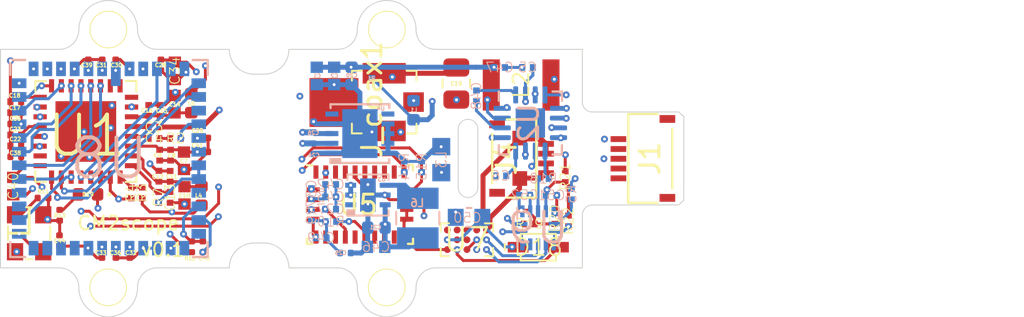
<source format=kicad_pcb>
(kicad_pcb (version 20171130) (host pcbnew "(5.1.12)-1")
  (layers (0 F.Cu signal) (1 In1.Cu power) (2 In2.Cu signal) (31 B.Cu signal) (34 B.Paste user hide) (35 F.Paste user hide) (36 B.SilkS user hide) (37 F.SilkS user hide) (38 B.Mask user hide) (39 F.Mask user hide) (44 Edge.Cuts user))
  (net 0 "")
  (net 1 GND)
  (net 2 +5V)
  (net 3 /RESET_BAR)
  (net 4 /EXTCLK)
  (net 5 /TRIGGER)
  (net 6 /STROBE)
  (net 7 /DOUT1)
  (net 8 /DOUT0)
  (net 9 +3V3)
  (net 10 "Net-(C6-Pad1)")
  (net 11 /CAP)
  (net 12 VDDD)
  (net 13 DOUT_P)
  (net 14 PDB)
  (net 15 VDDPLL)
  (net 16 VDDCML)
  (net 17 CLK_OUT)
  (net 18 FV)
  (net 19 LV)
  (net 20 I2C_SDA)
  (net 21 I2C_SCL)
  (net 22 MODE)
  (net 23 DIN0)
  (net 24 DIN1)
  (net 25 DIN2)
  (net 26 DIN3)
  (net 27 DIN4)
  (net 28 DIN5)
  (net 29 DIN6)
  (net 30 DIN7)
  (net 31 DIN8)
  (net 32 DIN9)
  (net 33 DIN11)
  (net 34 DIN10)
  (net 35 VDDIO)
  (net 36 "Net-(R9-Pad2)")
  (net 37 "Net-(R10-Pad2)")
  (net 38 "Net-(L6-Pad1)")
  (net 39 "Net-(C3-Pad2)")
  (net 40 "Net-(C4-Pad2)")
  (net 41 "Net-(C4-Pad1)")
  (net 42 "Net-(L1-Pad2)")
  (net 43 "Net-(R5-Pad2)")
  (net 44 "Net-(R11-Pad2)")
  (net 45 "Net-(U1-Pad17)")
  (net 46 "Net-(U1-Pad18)")
  (net 47 "Net-(U1-Pad16)")
  (net 48 "Net-(C48-Pad1)")
  (net 49 "Net-(D18-PadA)")
  (net 50 "Net-(D19-Pad2)")
  (net 51 /EWL1)
  (net 52 /EWL2)
  (net 53 "Net-(U5-Pad27)")
  (net 54 "Net-(U5-Pad26)")
  (net 55 "Net-(U5-Pad10)")
  (net 56 "Net-(U5-Pad14)")
  (net 57 "Net-(U7-PadC5)")
  (net 58 "Net-(U7-PadC4)")
  (net 59 "Net-(U7-PadC3)")
  (net 60 "Net-(U7-PadB4)")
  (net 61 "Net-(U7-PadB3)")
  (net 62 "Net-(C6-Pad2)")
  (net 63 "Net-(C48-Pad2)")
  (net 64 "Net-(C50-Pad1)")
  (net 65 /Vb)
  (net 66 /Va)
  (net 67 /_Wb)
  (net 68 "Net-(R18-Pad2)")
  (net 69 /_Wa)
  (net 70 /ENT)
  (net 71 "Net-(U2-Pad17)")
  (net 72 /CPO)
  (net 73 /LED1)
  (net 74 /LED2)
  (net 75 /LED3)
  (net 76 /LED4)
  (module Connector:Conn_1x1_700_Circular_Pad_mountinghole (layer F.Cu) (at 102.97134 106.47786 180)
    (fp_text reference H3)
    (fp_text value MountingHole hide)
    (pad "" np_thru_hole circle (at 0 0 180) (size 1 1) (drill 1) (layers *.Cu *.Mask))
  )
  (module Connector:Conn_1x1_700_Circular_Pad_mountinghole (layer F.Cu) (at 102.97388 119.65612 180)
    (fp_text reference H3)
    (fp_text value MountingHole hide)
    (pad "" np_thru_hole circle (at 0 0 180) (size 1 1) (drill 1) (layers *.Cu *.Mask))
  )
  (module Connector:Conn_1x1_700_Circular_Pad_mountinghole (layer F.Cu) (at 117.19534 106.47786 180)
    (fp_text reference H3)
    (fp_text value MountingHole hide)
    (pad "" np_thru_hole circle (at 0 0 180) (size 1 1) (drill 1) (layers *.Cu *.Mask))
  )
  (module Connector:Conn_1x1_700_Circular_Pad_mountinghole (layer F.Cu) (at 117.19788 119.65612 180)
    (fp_text reference H3)
    (fp_text value MountingHole hide)
    (pad "" np_thru_hole circle (at 0 0 180) (size 1 1) (drill 1) (layers *.Cu *.Mask))
  )
  (module ".FH19C-4S-0.5SH(10):FH19C-5S-0.5SH(10)" (layer F.Cu) (at 130.5295 113.09708 90)
    (fp_text reference J1 (at 0.00762 0.08382 -90) (layer F.SilkS))
    (fp_text value Conn_01x05)
    (pad NA smd rect (at 2.032 0.976 90) (size 0.4 0.8) (layers F.Cu F.Paste F.Mask))
    (pad 1 smd rect (at -1.004 -1.524 90) (size 0.3 0.8) (layers F.Cu F.Paste F.Mask) (net 76 /LED4))
    (pad 4 smd rect (at 0.496 -1.524 90) (size 0.3 0.8) (layers F.Cu F.Paste F.Mask) (net 74 /LED2))
    (pad 3 smd rect (at -0.004 -1.524 90) (size 0.3 0.8) (layers F.Cu F.Paste F.Mask) (net 72 /CPO))
    (pad 2 smd rect (at -0.504 -1.524 90) (size 0.3 0.8) (layers F.Cu F.Paste F.Mask) (net 75 /LED3))
    (pad NA smd rect (at -2.004 0.976 90) (size 0.4 0.8) (layers F.Cu F.Paste F.Mask))
    (pad 5 smd rect (at 1.004 -1.524 90) (size 0.3 0.8) (layers F.Cu F.Paste F.Mask) (net 73 /LED1))
  )
  (module ".FH19C-4S-0.5SH(10):FH19C-4S-0.5SH(10)" (layer F.Cu) (at 123.7858 113.08946 270)
    (fp_text reference J4 (at 0 0.5 90) (layer F.SilkS))
    (fp_text value "FH19C-4S-0.5SH(10)")
    (pad NA smd rect (at -1.75 0.976 270) (size 0.4 0.8) (layers F.Cu F.Paste F.Mask))
    (pad 2 smd rect (at -0.25 -1.524 270) (size 0.3 0.8) (layers F.Cu F.Paste F.Mask) (net 51 /EWL1))
    (pad 3 smd rect (at 0.25 -1.524 270) (size 0.3 0.8) (layers F.Cu F.Paste F.Mask) (net 52 /EWL2))
    (pad 4 smd rect (at 0.75 -1.524 270) (size 0.3 0.8) (layers F.Cu F.Paste F.Mask) (net 52 /EWL2))
    (pad 1 smd rect (at -0.75 -1.524 270) (size 0.3 0.8) (layers F.Cu F.Paste F.Mask) (net 51 /EWL1))
    (pad NA smd rect (at 1.75 0.976 270) (size 0.4 0.8) (layers F.Cu F.Paste F.Mask))
  )
  (module .Package_QFN:QFN_14_P40_200X200X40L40X20L (layer B.Cu) (at 124.89964 116.63448)
    (fp_text reference U9)
    (fp_text value TPL0102-100RUCR)
    (fp_text user %R (at 0 0) (layer B.SilkS) (effects (font (size 1.57 1.57) (thickness 0.16)) (justify mirror)))
    (pad 14 smd rect (at -0.845 -0.2) (size 0.61 0.22) (layers B.Cu B.Paste B.Mask) (net 9 +3V3))
    (pad 13 smd rect (at -0.845 0.2) (size 0.61 0.22) (layers B.Cu B.Paste B.Mask) (net 1 GND))
    (pad 12 smd rect (at -0.8 0.845 270) (size 0.61 0.22) (layers B.Cu B.Paste B.Mask) (net 1 GND))
    (pad 11 smd rect (at -0.4 0.845 270) (size 0.61 0.22) (layers B.Cu B.Paste B.Mask) (net 1 GND))
    (pad 10 smd rect (at 0 0.845 270) (size 0.61 0.22) (layers B.Cu B.Paste B.Mask) (net 21 I2C_SCL))
    (pad 9 smd rect (at 0.4 0.845 270) (size 0.61 0.22) (layers B.Cu B.Paste B.Mask) (net 20 I2C_SDA))
    (pad 8 smd rect (at 0.8 0.845 270) (size 0.61 0.22) (layers B.Cu B.Paste B.Mask) (net 1 GND))
    (pad 7 smd rect (at 0.845 0.2) (size 0.61 0.22) (layers B.Cu B.Paste B.Mask) (net 1 GND))
    (pad 6 smd rect (at 0.845 -0.2) (size 0.61 0.22) (layers B.Cu B.Paste B.Mask) (net 67 /_Wb))
    (pad 5 smd rect (at 0.8 -0.845 270) (size 0.61 0.22) (layers B.Cu B.Paste B.Mask) (net 1 GND))
    (pad 4 smd rect (at 0.4 -0.845 270) (size 0.61 0.22) (layers B.Cu B.Paste B.Mask) (net 65 /Vb))
    (pad 3 smd rect (at 0 -0.845 270) (size 0.61 0.22) (layers B.Cu B.Paste B.Mask) (net 69 /_Wa))
    (pad 2 smd rect (at -0.4 -0.845 270) (size 0.61 0.22) (layers B.Cu B.Paste B.Mask) (net 1 GND))
    (pad 1 smd rect (at -0.8 -0.845 270) (size 0.61 0.22) (layers B.Cu B.Paste B.Mask) (net 66 /Va))
  )
  (module Package_DFN_QFN:HVQFN-16-1EP_3x3mm_P0.5mm_EP1.5x1.5mm (layer B.Cu) (at 124.50716 111.27082 270)
    (fp_text reference U2 (at 0.00508 0.08382 90) (layer B.SilkS) (effects (justify mirror)))
    (fp_text value LTC3217EUD_TRPBF)
    (pad 17 smd rect (at 0 0 270) (size 1.5 1.5) (layers B.Cu B.Mask) (net 71 "Net-(U2-Pad17)"))
    (pad 16 smd roundrect (at -0.75 1.4375 270) (size 0.25 0.875) (layers B.Cu B.Paste B.Mask) (net 10 "Net-(C6-Pad1)"))
    (pad 15 smd roundrect (at -0.25 1.4375 270) (size 0.25 0.875) (layers B.Cu B.Paste B.Mask) (net 2 +5V))
    (pad 14 smd roundrect (at 0.25 1.4375 270) (size 0.25 0.875) (layers B.Cu B.Paste B.Mask) (net 48 "Net-(C48-Pad1)"))
    (pad 13 smd roundrect (at 0.75 1.4375 270) (size 0.25 0.875) (layers B.Cu B.Paste B.Mask) (net 1 GND))
    (pad 12 smd roundrect (at 1.4375 0.75 270) (size 0.875 0.25) (layers B.Cu B.Paste B.Mask) (net 62 "Net-(C6-Pad2)"))
    (pad 11 smd roundrect (at 1.4375 0.25 270) (size 0.875 0.25) (layers B.Cu B.Paste B.Mask) (net 70 /ENT))
    (pad 10 smd roundrect (at 1.4375 -0.25 270) (size 0.875 0.25) (layers B.Cu B.Paste B.Mask) (net 43 "Net-(R5-Pad2)"))
    (pad 9 smd roundrect (at 1.4375 -0.75 270) (size 0.875 0.25) (layers B.Cu B.Paste B.Mask) (net 68 "Net-(R18-Pad2)"))
    (pad 8 smd roundrect (at 0.75 -1.4375 270) (size 0.25 0.875) (layers B.Cu B.Paste B.Mask) (net 1 GND))
    (pad 7 smd roundrect (at 0.25 -1.4375 270) (size 0.25 0.875) (layers B.Cu B.Paste B.Mask) (net 76 /LED4))
    (pad 6 smd roundrect (at -0.25 -1.4375 270) (size 0.25 0.875) (layers B.Cu B.Paste B.Mask) (net 75 /LED3))
    (pad 5 smd roundrect (at -0.75 -1.4375 270) (size 0.25 0.875) (layers B.Cu B.Paste B.Mask) (net 74 /LED2))
    (pad 4 smd roundrect (at -1.4375 -0.75 270) (size 0.875 0.25) (layers B.Cu B.Paste B.Mask) (net 73 /LED1))
    (pad 3 smd roundrect (at -1.4375 -0.25 270) (size 0.875 0.25) (layers B.Cu B.Paste B.Mask) (net 70 /ENT))
    (pad 2 smd roundrect (at -1.4375 0.25 270) (size 0.875 0.25) (layers B.Cu B.Paste B.Mask) (net 72 /CPO))
    (pad 1 smd roundrect (at -1.4375 0.75 270) (size 0.875 0.25) (layers B.Cu B.Paste B.Mask) (net 63 "Net-(C48-Pad2)"))
  )
  (module .Resistor:R_0201_0603Metric_ERJ_L (layer F.Cu) (at 126.45534 116.28224 270)
    (fp_text reference R22)
    (fp_text value ERJ-1GNF3741C)
    (fp_text user %R (at 0 0 90) (layer F.SilkS) (effects (font (size 0.5 0.5) (thickness 0.05))))
    (pad 2 smd rect (at 0.275 0 270) (size 0.31 0.34) (layers F.Cu F.Paste F.Mask) (net 1 GND))
    (pad 1 smd rect (at -0.275 0 270) (size 0.31 0.34) (layers F.Cu F.Paste F.Mask) (net 65 /Vb))
  )
  (module .Resistor:R_0201_0603Metric_ERJ_L (layer F.Cu) (at 126.29024 114.0191 270)
    (fp_text reference R21)
    (fp_text value ERJ-1GNJ622C)
    (fp_text user %R (at 0 0 90) (layer F.SilkS) (effects (font (size 0.5 0.5) (thickness 0.05))))
    (pad 2 smd rect (at 0.275 0 270) (size 0.31 0.34) (layers F.Cu F.Paste F.Mask) (net 65 /Vb))
    (pad 1 smd rect (at -0.275 0 270) (size 0.31 0.34) (layers F.Cu F.Paste F.Mask) (net 9 +3V3))
  )
  (module .Resistor:R_0201_0603Metric_ERJ_L (layer F.Cu) (at 125.75684 116.15778 90)
    (fp_text reference R20)
    (fp_text value ERJ-1GNF3741C)
    (fp_text user %R (at 0 0 90) (layer F.SilkS) (effects (font (size 0.5 0.5) (thickness 0.05))))
    (pad 2 smd rect (at 0.275 0 90) (size 0.31 0.34) (layers F.Cu F.Paste F.Mask) (net 1 GND))
    (pad 1 smd rect (at -0.275 0 90) (size 0.31 0.34) (layers F.Cu F.Paste F.Mask) (net 66 /Va))
  )
  (module .Resistor:R_0201_0603Metric_ERJ_L (layer F.Cu) (at 124.44688 116.43718)
    (fp_text reference R19)
    (fp_text value ERJ-1GNJ622C)
    (fp_text user %R (at 0 0) (layer F.SilkS) (effects (font (size 0.5 0.5) (thickness 0.05))))
    (pad 2 smd rect (at 0.275 0) (size 0.31 0.34) (layers F.Cu F.Paste F.Mask) (net 66 /Va))
    (pad 1 smd rect (at -0.275 0) (size 0.31 0.34) (layers F.Cu F.Paste F.Mask) (net 9 +3V3))
  )
  (module .Resistor:R_0201_0603Metric_ERJ_L (layer B.Cu) (at 125.17264 114.11308)
    (fp_text reference R18)
    (fp_text value 0402WGF1962TCE)
    (fp_text user %R (at 0 0 180) (layer B.SilkS) (effects (font (size 0.5 0.5) (thickness 0.05)) (justify mirror)))
    (pad 2 smd rect (at 0.275 0) (size 0.31 0.34) (layers B.Cu B.Paste B.Mask) (net 68 "Net-(R18-Pad2)"))
    (pad 1 smd rect (at -0.275 0) (size 0.31 0.34) (layers B.Cu B.Paste B.Mask) (net 69 /_Wa))
  )
  (module .Resistor:R_0201_0603Metric_ERJ_L (layer B.Cu) (at 126.6052 114.9081 90)
    (fp_text reference R5)
    (fp_text value 0402WGF6491TCE)
    (fp_text user %R (at 0 0 270) (layer B.SilkS) (effects (font (size 0.5 0.5) (thickness 0.05)) (justify mirror)))
    (pad 2 smd rect (at 0.275 0 90) (size 0.31 0.34) (layers B.Cu B.Paste B.Mask) (net 43 "Net-(R5-Pad2)"))
    (pad 1 smd rect (at -0.275 0 90) (size 0.31 0.34) (layers B.Cu B.Paste B.Mask) (net 67 /_Wb))
  )
  (module .Capacitor:C_0201_0603Metric_L (layer B.Cu) (at 124.21184 114.95636)
    (fp_text reference C52)
    (fp_text value GRM033R61A104ME15D)
    (fp_text user %R (at 0 0) (layer B.SilkS) (effects (font (size 0.5 0.5) (thickness 0.05)) (justify mirror)))
    (pad 2 smd rect (at 0.275 0) (size 0.31 0.34) (layers B.Cu B.Paste B.Mask) (net 1 GND))
    (pad 1 smd rect (at -0.275 0) (size 0.31 0.34) (layers B.Cu B.Paste B.Mask) (net 66 /Va))
  )
  (module .Capacitor:C_0201_0603Metric_L (layer B.Cu) (at 125.5765 114.96906)
    (fp_text reference C51)
    (fp_text value GRM033R61A104ME15D)
    (fp_text user %R (at 0 0) (layer B.SilkS) (effects (font (size 0.5 0.5) (thickness 0.05)) (justify mirror)))
    (pad 2 smd rect (at 0.275 0) (size 0.31 0.34) (layers B.Cu B.Paste B.Mask) (net 1 GND))
    (pad 1 smd rect (at -0.275 0) (size 0.31 0.34) (layers B.Cu B.Paste B.Mask) (net 65 /Vb))
  )
  (module .Capacitor:C_0201_0603Metric_L (layer B.Cu) (at 121.7538 109.88398 90)
    (fp_text reference C48)
    (fp_text value GRM033R61A225ME47D)
    (fp_text user %R (at 0 0 90) (layer B.SilkS) (effects (font (size 0.5 0.5) (thickness 0.05)) (justify mirror)))
    (pad 2 smd rect (at 0.275 0 90) (size 0.31 0.34) (layers B.Cu B.Paste B.Mask) (net 63 "Net-(C48-Pad2)"))
    (pad 1 smd rect (at -0.275 0 90) (size 0.31 0.34) (layers B.Cu B.Paste B.Mask) (net 48 "Net-(C48-Pad1)"))
  )
  (module .Capacitor:C_0201_0603Metric_L (layer B.Cu) (at 122.93676 108.42856)
    (fp_text reference C47)
    (fp_text value GRM033R61A225ME47D)
    (fp_text user %R (at 0 0) (layer B.SilkS) (effects (font (size 0.5 0.5) (thickness 0.05)) (justify mirror)))
    (pad 2 smd rect (at 0.275 0) (size 0.31 0.34) (layers B.Cu B.Paste B.Mask) (net 1 GND))
    (pad 1 smd rect (at -0.275 0) (size 0.31 0.34) (layers B.Cu B.Paste B.Mask) (net 2 +5V))
  )
  (module .Capacitor:C_0201_0603Metric_L (layer B.Cu) (at 122.9984 113.97338)
    (fp_text reference C6)
    (fp_text value GRM033R61A225ME47D)
    (fp_text user %R (at 0 0) (layer B.SilkS) (effects (font (size 0.5 0.5) (thickness 0.05)) (justify mirror)))
    (pad 2 smd rect (at 0.275 0) (size 0.31 0.34) (layers B.Cu B.Paste B.Mask) (net 62 "Net-(C6-Pad2)"))
    (pad 1 smd rect (at -0.275 0) (size 0.31 0.34) (layers B.Cu B.Paste B.Mask) (net 10 "Net-(C6-Pad1)"))
  )
  (module .Capacitor:C_0201_0603Metric_L (layer B.Cu) (at 124.36238 108.42602 180)
    (fp_text reference C5)
    (fp_text value GRM033R61A225ME47D)
    (fp_text user %R (at 0 0) (layer B.SilkS) (effects (font (size 0.5 0.5) (thickness 0.05)) (justify mirror)))
    (pad 2 smd rect (at 0.275 0 180) (size 0.31 0.34) (layers B.Cu B.Paste B.Mask) (net 1 GND))
    (pad 1 smd rect (at -0.275 0 180) (size 0.31 0.34) (layers B.Cu B.Paste B.Mask) (net 72 /CPO))
  )
  (module .Capacitor:C_0402_1005Metric_L (layer F.Cu) (at 106.84404 114.97162 270)
    (fp_text reference C10)
    (fp_text value GRM155R60J475ME87D)
    (fp_text user %R (at 0.0127 -0.0008 180) (layer F.SilkS) (effects (font (size 0.2 0.2) (thickness 0.05))))
    (pad 2 smd rect (at 0.445 0 270) (size 0.58 0.63) (layers F.Cu F.Paste F.Mask) (net 1 GND))
    (pad 1 smd rect (at -0.445 0 270) (size 0.58 0.63) (layers F.Cu F.Paste F.Mask) (net 15 VDDPLL))
  )
  (module .Capacitor:C_0402_1005Metric_L (layer F.Cu) (at 106.81864 113.20302 270)
    (fp_text reference C7)
    (fp_text value GRM155R60J475ME87D)
    (fp_text user %R (at 0.01092 0.00174 180) (layer F.SilkS) (effects (font (size 0.2 0.2) (thickness 0.05))))
    (pad 2 smd rect (at 0.445 0 270) (size 0.58 0.63) (layers F.Cu F.Paste F.Mask) (net 1 GND))
    (pad 1 smd rect (at -0.445 0 270) (size 0.58 0.63) (layers F.Cu F.Paste F.Mask) (net 12 VDDD))
  )
  (module .Capacitor:C_0402_1005Metric_L (layer B.Cu) (at 114.48804 108.86296 270)
    (fp_text reference C2)
    (fp_text value GRM155R60J106ME15D)
    (fp_text user %R (at -0.005 -0.00892) (layer B.SilkS) (effects (font (size 0.2 0.2) (thickness 0.05)) (justify mirror)))
    (pad 1 smd rect (at -0.445 0 270) (size 0.58 0.63) (layers B.Cu B.Paste B.Mask) (net 2 +5V))
    (pad 2 smd rect (at 0.445 0 270) (size 0.58 0.63) (layers B.Cu B.Paste B.Mask) (net 1 GND))
  )
  (module .Capacitor:C_0402_1005Metric_L (layer F.Cu) (at 106.33604 110.30742 90)
    (fp_text reference C14)
    (fp_text value GRM155R60J106ME15D)
    (fp_text user %R (at -0.01346 0.00508) (layer F.SilkS) (effects (font (size 0.2 0.2) (thickness 0.05))))
    (pad 1 smd rect (at -0.445 0 90) (size 0.58 0.63) (layers F.Cu F.Paste F.Mask) (net 16 VDDCML))
    (pad 2 smd rect (at 0.445 0 90) (size 0.58 0.63) (layers F.Cu F.Paste F.Mask) (net 1 GND))
  )
  (module .Capacitor:C_0402_1005Metric_L (layer B.Cu) (at 113.59904 108.86296 270)
    (fp_text reference C1)
    (fp_text value GRM155R60J106ME15D)
    (fp_text user %R (at -0.00254 -0.01146) (layer B.SilkS) (effects (font (size 0.2 0.2) (thickness 0.05)) (justify mirror)))
    (pad 2 smd rect (at 0.445 0 270) (size 0.58 0.63) (layers B.Cu B.Paste B.Mask) (net 1 GND))
    (pad 1 smd rect (at -0.445 0 270) (size 0.58 0.63) (layers B.Cu B.Paste B.Mask) (net 2 +5V))
  )
  (module .Capacitor:C_0402_1005Metric_L (layer B.Cu) (at 115.37856 108.86086 270)
    (fp_text reference C20)
    (fp_text value GRM155R60J106ME15D)
    (fp_text user %R (at -0.0221 -0.00644 180) (layer B.SilkS) (effects (font (size 0.2 0.2) (thickness 0.05)) (justify mirror)))
    (pad 2 smd roundrect (at 0.445 0 270) (size 0.58 0.63) (layers B.Cu B.Paste B.Mask) (net 1 GND))
    (pad 1 smd roundrect (at -0.445 0 270) (size 0.58 0.63) (layers B.Cu B.Paste B.Mask) (net 2 +5V))
  )
  (module .Capacitor:C_0402_1005Metric_L (layer F.Cu) (at 106.35124 108.60562 270)
    (fp_text reference C34)
    (fp_text value GRM155R60J106ME15D)
    (fp_text user %R (at 0 0 90) (layer F.SilkS) (effects (font (size 0.5 0.5) (thickness 0.05))))
    (pad 2 smd rect (at 0.445 0 270) (size 0.58 0.63) (layers F.Cu F.Paste F.Mask) (net 1 GND))
    (pad 1 smd rect (at -0.445 0 270) (size 0.58 0.63) (layers F.Cu F.Paste F.Mask) (net 35 VDDIO))
  )
  (module .Capacitor:C_0402_1005Metric_L (layer F.Cu) (at 98.09624 114.49842 270)
    (fp_text reference C40)
    (fp_text value GRM155R60J106ME15D)
    (fp_text user %R (at 0 0 90) (layer F.SilkS) (effects (font (size 0.5 0.5) (thickness 0.05))))
    (pad 2 smd rect (at 0.445 0 270) (size 0.58 0.63) (layers F.Cu F.Paste F.Mask) (net 1 GND))
    (pad 1 smd rect (at -0.445 0 270) (size 0.58 0.63) (layers F.Cu F.Paste F.Mask) (net 12 VDDD))
  )
  (module .Capacitor:C_0402_1005Metric_L (layer B.Cu) (at 116.62796 117.60604 180)
    (fp_text reference C46)
    (fp_text value GRM155R60J475ME87D)
    (fp_text user %R (at 0 0) (layer B.SilkS) (effects (font (size 0.5 0.5) (thickness 0.05)) (justify mirror)))
    (pad 2 smd rect (at 0.445 0 180) (size 0.58 0.63) (layers B.Cu B.Paste B.Mask) (net 1 GND))
    (pad 1 smd rect (at -0.445 0 180) (size 0.58 0.63) (layers B.Cu B.Paste B.Mask) (net 9 +3V3))
  )
  (module .Capacitor:C_0402_1005Metric_L (layer B.Cu) (at 116.64456 116.62344 180)
    (fp_text reference C21)
    (fp_text value GRM158C80G226ME01J)
    (fp_text user %R (at 0.05204 0.02116) (layer B.SilkS) (effects (font (size 0.2 0.2) (thickness 0.05)) (justify mirror)))
    (pad 2 smd roundrect (at 0.445 0 180) (size 0.58 0.63) (layers B.Cu B.Paste B.Mask) (net 1 GND))
    (pad 1 smd roundrect (at -0.445 0 180) (size 0.58 0.63) (layers B.Cu B.Paste B.Mask) (net 9 +3V3))
  )
  (module .Connector:Conn_1x1_750x750_Pad (layer F.Cu) (at 123.96614 112.04298 90)
    (fp_text reference J6 hide)
    (fp_text value Conn_01x01)
    (pad 1 smd rect (at 0 0 90) (size 0.75 0.75) (layers F.Cu F.Paste F.Mask) (net 51 /EWL1))
  )
  (module .Connector:Conn_1x1_750x750_Pad (layer F.Cu) (at 123.96868 114.11054 90)
    (fp_text reference J5 hide)
    (fp_text value Conn_01x01)
    (pad 1 smd rect (at 0 0 90) (size 0.75 0.75) (layers F.Cu F.Paste F.Mask) (net 52 /EWL2))
  )
  (module .Resistor:R_0201_0603Metric_ERJ_L (layer B.Cu) (at 118.06826 113.5111 90)
    (fp_text reference R14)
    (fp_text value ERJ-1GNF3321C)
    (fp_text user %R (at 0 0 270) (layer B.SilkS) (effects (font (size 0.5 0.5) (thickness 0.05)) (justify mirror)))
    (pad 2 smd rect (at 0.275 0 90) (size 0.31 0.34) (layers B.Cu B.Paste B.Mask) (net 9 +3V3))
    (pad 1 smd rect (at -0.275 0 90) (size 0.31 0.34) (layers B.Cu B.Paste B.Mask) (net 20 I2C_SDA))
  )
  (module .Package_BGA:BGA_15_NP50_3X5_155X255X69B31N (layer F.Cu) (at 121.26866 117.2449 180)
    (fp_text reference U7)
    (fp_text value MAX14574EWL+)
    (fp_text user %R (at 0 0) (layer F.SilkS) (effects (font (size 1.19 1.19) (thickness 0.12))))
    (pad C5 smd circle (at 1 0.5 180) (size 0.35 0.35) (layers F.Cu F.Paste F.Mask) (net 57 "Net-(U7-PadC5)"))
    (pad C4 smd circle (at 0.5 0.5 180) (size 0.35 0.35) (layers F.Cu F.Paste F.Mask) (net 58 "Net-(U7-PadC4)"))
    (pad C3 smd circle (at 0 0.5 180) (size 0.35 0.35) (layers F.Cu F.Paste F.Mask) (net 59 "Net-(U7-PadC3)"))
    (pad C2 smd circle (at -0.5 0.5 180) (size 0.35 0.35) (layers F.Cu F.Paste F.Mask) (net 51 /EWL1))
    (pad C1 smd circle (at -1 0.5 180) (size 0.35 0.35) (layers F.Cu F.Paste F.Mask) (net 52 /EWL2))
    (pad B5 smd circle (at 1 0 180) (size 0.35 0.35) (layers F.Cu F.Paste F.Mask) (net 64 "Net-(C50-Pad1)"))
    (pad B4 smd circle (at 0.5 0 180) (size 0.35 0.35) (layers F.Cu F.Paste F.Mask) (net 60 "Net-(U7-PadB4)"))
    (pad B3 smd circle (at 0 0 180) (size 0.35 0.35) (layers F.Cu F.Paste F.Mask) (net 61 "Net-(U7-PadB3)"))
    (pad B2 smd circle (at -0.5 0 180) (size 0.35 0.35) (layers F.Cu F.Paste F.Mask) (net 9 +3V3))
    (pad B1 smd circle (at -1 0 180) (size 0.35 0.35) (layers F.Cu F.Paste F.Mask) (net 21 I2C_SCL))
    (pad A5 smd circle (at 1 -0.5 180) (size 0.35 0.35) (layers F.Cu F.Paste F.Mask) (net 1 GND))
    (pad A4 smd circle (at 0.5 -0.5 180) (size 0.35 0.35) (layers F.Cu F.Paste F.Mask) (net 49 "Net-(D18-PadA)"))
    (pad A3 smd circle (at 0 -0.5 180) (size 0.35 0.35) (layers F.Cu F.Paste F.Mask) (net 9 +3V3))
    (pad A2 smd circle (at -0.5 -0.5 180) (size 0.35 0.35) (layers F.Cu F.Paste F.Mask) (net 1 GND))
    (pad A1 smd circle (at -1 -0.5 180) (size 0.35 0.35) (layers F.Cu F.Paste F.Mask) (net 20 I2C_SDA))
  )
  (module .Connector:Conn_1x1_2500x2500_Pad (layer F.Cu) (at 114.47686 110.22264)
    (fp_text reference J_coax_gnd1 hide)
    (fp_text value Conn_01x01)
    (pad 1 smd rect (at 0 0) (size 2.5 2.5) (layers F.Cu F.Paste F.Mask) (net 1 GND))
  )
  (module .Package_QFN:QFN_33_P50_500X500X80L40X24T310L (layer F.Cu) (at 101.80464 111.70442)
    (fp_text reference U1)
    (fp_text value DS90UB913ATRTVTQ1)
    (fp_text user %R (at 0.03556 0.21918) (layer F.SilkS) (effects (font (size 2 2) (thickness 0.2))))
    (pad 1 smd rect (at -1.75 2.335 90) (size 0.68 0.26) (layers F.Cu F.Paste F.Mask) (net 19 LV))
    (pad 2 smd rect (at -1.25 2.335 90) (size 0.68 0.26) (layers F.Cu F.Paste F.Mask) (net 18 FV))
    (pad 3 smd rect (at -0.75 2.335 90) (size 0.68 0.26) (layers F.Cu F.Paste F.Mask) (net 17 CLK_OUT))
    (pad 4 smd rect (at -0.25 2.335 90) (size 0.68 0.26) (layers F.Cu F.Paste F.Mask) (net 21 I2C_SCL))
    (pad 5 smd rect (at 0.25 2.335 90) (size 0.68 0.26) (layers F.Cu F.Paste F.Mask) (net 20 I2C_SDA))
    (pad 6 smd rect (at 0.75 2.335 90) (size 0.68 0.26) (layers F.Cu F.Paste F.Mask) (net 1 GND))
    (pad 7 smd rect (at 1.25 2.335 90) (size 0.68 0.26) (layers F.Cu F.Paste F.Mask) (net 1 GND))
    (pad 8 smd rect (at 1.75 2.335 90) (size 0.68 0.26) (layers F.Cu F.Paste F.Mask) (net 22 MODE))
    (pad 9 smd rect (at 2.335 1.75) (size 0.68 0.26) (layers F.Cu F.Paste F.Mask) (net 14 PDB))
    (pad 10 smd rect (at 2.335 1.25) (size 0.68 0.26) (layers F.Cu F.Paste F.Mask) (net 15 VDDPLL))
    (pad 11 smd rect (at 2.335 0.75) (size 0.68 0.26) (layers F.Cu F.Paste F.Mask) (net 12 VDDD))
    (pad 12 smd rect (at 2.335 0.25) (size 0.68 0.26) (layers F.Cu F.Paste F.Mask) (net 40 "Net-(C4-Pad2)"))
    (pad 13 smd rect (at 2.335 -0.25) (size 0.68 0.26) (layers F.Cu F.Paste F.Mask) (net 39 "Net-(C3-Pad2)"))
    (pad 14 smd rect (at 2.335 -0.75) (size 0.68 0.26) (layers F.Cu F.Paste F.Mask) (net 16 VDDCML))
    (pad 15 smd rect (at 2.335 -1.25) (size 0.68 0.26) (layers F.Cu F.Paste F.Mask) (net 70 /ENT))
    (pad 16 smd rect (at 2.335 -1.75) (size 0.68 0.26) (layers F.Cu F.Paste F.Mask) (net 47 "Net-(U1-Pad16)"))
    (pad 17 smd rect (at 1.75 -2.335 90) (size 0.68 0.26) (layers F.Cu F.Paste F.Mask) (net 45 "Net-(U1-Pad17)"))
    (pad 18 smd rect (at 1.25 -2.335 90) (size 0.68 0.26) (layers F.Cu F.Paste F.Mask) (net 46 "Net-(U1-Pad18)"))
    (pad 19 smd rect (at 0.75 -2.335 90) (size 0.68 0.26) (layers F.Cu F.Paste F.Mask) (net 23 DIN0))
    (pad 20 smd rect (at 0.25 -2.335 90) (size 0.68 0.26) (layers F.Cu F.Paste F.Mask) (net 24 DIN1))
    (pad 21 smd rect (at -0.25 -2.335 90) (size 0.68 0.26) (layers F.Cu F.Paste F.Mask) (net 25 DIN2))
    (pad 22 smd rect (at -0.75 -2.335 90) (size 0.68 0.26) (layers F.Cu F.Paste F.Mask) (net 26 DIN3))
    (pad 23 smd rect (at -1.25 -2.335 90) (size 0.68 0.26) (layers F.Cu F.Paste F.Mask) (net 27 DIN4))
    (pad 24 smd rect (at -1.75 -2.335 90) (size 0.68 0.26) (layers F.Cu F.Paste F.Mask) (net 28 DIN5))
    (pad 25 smd rect (at -2.335 -1.75) (size 0.68 0.26) (layers F.Cu F.Paste F.Mask) (net 35 VDDIO))
    (pad 26 smd rect (at -2.335 -1.25) (size 0.68 0.26) (layers F.Cu F.Paste F.Mask) (net 29 DIN6))
    (pad 27 smd rect (at -2.335 -0.75) (size 0.68 0.26) (layers F.Cu F.Paste F.Mask) (net 30 DIN7))
    (pad 28 smd rect (at -2.335 -0.25) (size 0.68 0.26) (layers F.Cu F.Paste F.Mask) (net 12 VDDD))
    (pad 29 smd rect (at -2.335 0.25) (size 0.68 0.26) (layers F.Cu F.Paste F.Mask) (net 31 DIN8))
    (pad 30 smd rect (at -2.335 0.75) (size 0.68 0.26) (layers F.Cu F.Paste F.Mask) (net 32 DIN9))
    (pad 31 smd rect (at -2.335 1.25) (size 0.68 0.26) (layers F.Cu F.Paste F.Mask) (net 34 DIN10))
    (pad 32 smd rect (at -2.335 1.75) (size 0.68 0.26) (layers F.Cu F.Paste F.Mask) (net 33 DIN11))
    (pad 33 smd rect (at 0 0) (size 3.1 3.1) (layers F.Cu F.Paste F.Mask) (net 1 GND))
  )
  (module .Resistor:R_0201_0603Metric_ERJ_L (layer B.Cu) (at 118.95726 113.50856 90)
    (fp_text reference R15)
    (fp_text value ERJ-1GNF3321C)
    (fp_text user %R (at 0 0 270) (layer B.SilkS) (effects (font (size 0.5 0.5) (thickness 0.05)) (justify mirror)))
    (pad 2 smd rect (at 0.275 0 90) (size 0.31 0.34) (layers B.Cu B.Paste B.Mask) (net 9 +3V3))
    (pad 1 smd rect (at -0.275 0 90) (size 0.31 0.34) (layers B.Cu B.Paste B.Mask) (net 21 I2C_SCL))
  )
  (module .Inductor:L_0603_1608Metric_L (layer B.Cu) (at 119.95802 113.14534 270)
    (fp_text reference L3)
    (fp_text value LQM18PN3R3MGHD)
    (fp_text user %R (at 0 0 90) (layer B.SilkS) (effects (font (size 0.52 0.52) (thickness 0.05)) (justify mirror)))
    (pad 1 smd rect (at -0.665 0 270) (size 0.89 0.92) (layers B.Cu B.Paste B.Mask) (net 9 +3V3))
    (pad 2 smd rect (at 0.665 0 270) (size 0.89 0.92) (layers B.Cu B.Paste B.Mask) (net 49 "Net-(D18-PadA)"))
  )
  (module .Connector:Coax_Conn_U.FL (layer F.Cu) (at 117.0429 110.20268 90)
    (fp_text reference J_coax1 (at 0.13328 -0.6231 270) (layer F.SilkS))
    (fp_text value "U.FL-R-SMT-1(10)")
    (pad 1 smd rect (at 1.475 0 90) (size 1.05 2.2) (layers F.Cu F.Paste F.Mask) (net 1 GND))
    (pad 1 smd rect (at -1.475 0 90) (size 1.05 2.2) (layers F.Cu F.Paste F.Mask) (net 1 GND))
    (pad 2 smd rect (at 0 1.5 90) (size 1 1.05) (layers F.Cu F.Paste F.Mask) (net 13 DOUT_P))
  )
  (module .Diode:SOD_323_250X125X110L30X32L (layer F.Cu) (at 124.91356 117.62336)
    (fp_text reference D18)
    (fp_text value BAS316-TP)
    (fp_text user %R (at 0 0) (layer F.SilkS) (effects (font (size 0.87 0.87) (thickness 0.09))))
    (pad C smd rect (at -1.03 0) (size 1.06 0.54) (layers F.Cu F.Paste F.Mask) (net 64 "Net-(C50-Pad1)"))
    (pad A smd rect (at 1.03 0) (size 1.06 0.54) (layers F.Cu F.Paste F.Mask) (net 49 "Net-(D18-PadA)"))
  )
  (module .Capacitor:C_0603_1608Metric_L (layer B.Cu) (at 121.37534 116.09682 180)
    (fp_text reference C50)
    (fp_text value GRJ188R72A104KE11D)
    (fp_text user %R (at 0.08382 -0.0254) (layer B.SilkS) (effects (font (size 0.5 0.5) (thickness 0.05)) (justify mirror)))
    (pad 1 smd rect (at -0.68 0 180) (size 0.81 0.87) (layers B.Cu B.Paste B.Mask) (net 64 "Net-(C50-Pad1)"))
    (pad 2 smd rect (at 0.68 0 180) (size 0.81 0.87) (layers B.Cu B.Paste B.Mask) (net 1 GND))
  )
  (module .Capacitor:C_0201_0603Metric_L (layer B.Cu) (at 113.82186 117.14264 180)
    (fp_text reference C49)
    (fp_text value GRM033R61A104ME15D)
    (fp_text user %R (at 0 0) (layer B.SilkS) (effects (font (size 0.5 0.5) (thickness 0.05)) (justify mirror)))
    (pad 2 smd rect (at 0.275 0 180) (size 0.31 0.34) (layers B.Cu B.Paste B.Mask) (net 1 GND))
    (pad 1 smd rect (at -0.275 0 180) (size 0.31 0.34) (layers B.Cu B.Paste B.Mask) (net 9 +3V3))
  )
  (module .Oscillator:OSC_CC250X200X80L70X75L (layer F.Cu) (at 98.90904 116.91142 270)
    (fp_text reference U6)
    (fp_text value "SG-210STF 66.6667ML3")
    (pad 1 smd rect (at -0.945 0.72) (size 0.83 0.88) (layers F.Cu F.Paste F.Mask) (net 44 "Net-(R11-Pad2)"))
    (pad 2 smd rect (at 0.945 0.72) (size 0.83 0.88) (layers F.Cu F.Paste F.Mask) (net 1 GND))
    (pad 3 smd rect (at 0.945 -0.72) (size 0.83 0.88) (layers F.Cu F.Paste F.Mask) (net 4 /EXTCLK))
    (pad 4 smd rect (at -0.945 -0.72) (size 0.83 0.88) (layers F.Cu F.Paste F.Mask) (net 35 VDDIO))
  )
  (module Package_LGA:LGA-28_5.2x3.8mm_P0.5mm (layer F.Cu) (at 115.80686 115.44264)
    (fp_text reference U5 (at -0.09826 0.01156) (layer F.SilkS))
    (fp_text value BNO055)
    (pad 16 smd rect (at 2.3875 0.75 90) (size 0.254 0.675) (layers F.Cu F.Paste F.Mask) (net 1 GND))
    (pad 17 smd rect (at 2.3875 0.25 90) (size 0.254 0.675) (layers F.Cu F.Paste F.Mask) (net 1 GND))
    (pad 18 smd rect (at 2.3875 -0.25 90) (size 0.254 0.675) (layers F.Cu F.Paste F.Mask) (net 1 GND))
    (pad 15 smd rect (at 2.25 1.6625) (size 0.254 0.675) (layers F.Cu F.Paste F.Mask) (net 1 GND))
    (pad 14 smd rect (at 1.75 1.6625) (size 0.254 0.675) (layers F.Cu F.Paste F.Mask) (net 56 "Net-(U5-Pad14)"))
    (pad 13 smd rect (at 1.25 1.6625) (size 0.254 0.675) (layers F.Cu F.Paste F.Mask))
    (pad 12 smd rect (at 0.75 1.6625) (size 0.254 0.675) (layers F.Cu F.Paste F.Mask))
    (pad 11 smd rect (at 0.25 1.6625) (size 0.254 0.675) (layers F.Cu F.Paste F.Mask) (net 37 "Net-(R10-Pad2)"))
    (pad 10 smd rect (at -0.25 1.6625) (size 0.254 0.675) (layers F.Cu F.Paste F.Mask) (net 55 "Net-(U5-Pad10)"))
    (pad 9 smd rect (at -0.75 1.6625) (size 0.254 0.675) (layers F.Cu F.Paste F.Mask) (net 11 /CAP))
    (pad 8 smd rect (at -1.25 1.6625) (size 0.254 0.675) (layers F.Cu F.Paste F.Mask))
    (pad 7 smd rect (at -1.75 1.6625) (size 0.254 0.675) (layers F.Cu F.Paste F.Mask))
    (pad 20 smd rect (at 2.25 -1.6625) (size 0.254 0.675) (layers F.Cu F.Paste F.Mask) (net 20 I2C_SDA))
    (pad 21 smd rect (at 1.75 -1.6625) (size 0.254 0.675) (layers F.Cu F.Paste F.Mask))
    (pad 22 smd rect (at 1.25 -1.6625) (size 0.254 0.675) (layers F.Cu F.Paste F.Mask))
    (pad 23 smd rect (at 0.75 -1.6625) (size 0.254 0.675) (layers F.Cu F.Paste F.Mask))
    (pad 24 smd rect (at 0.25 -1.6625) (size 0.254 0.675) (layers F.Cu F.Paste F.Mask))
    (pad 25 smd rect (at -0.25 -1.6625) (size 0.254 0.675) (layers F.Cu F.Paste F.Mask) (net 1 GND))
    (pad 26 smd rect (at -0.75 -1.6625) (size 0.254 0.675) (layers F.Cu F.Paste F.Mask) (net 54 "Net-(U5-Pad26)"))
    (pad 27 smd rect (at -1.25 -1.6625) (size 0.254 0.675) (layers F.Cu F.Paste F.Mask) (net 53 "Net-(U5-Pad27)"))
    (pad 28 smd rect (at -1.75 -1.6625) (size 0.254 0.675) (layers F.Cu F.Paste F.Mask) (net 9 +3V3))
    (pad 5 smd rect (at -2.3875 0.75 90) (size 0.254 0.675) (layers F.Cu F.Paste F.Mask) (net 1 GND))
    (pad 4 smd rect (at -2.3875 0.25 90) (size 0.254 0.675) (layers F.Cu F.Paste F.Mask) (net 36 "Net-(R9-Pad2)"))
    (pad 3 smd rect (at -2.3875 -0.25 90) (size 0.254 0.675) (layers F.Cu F.Paste F.Mask) (net 9 +3V3))
    (pad 1 smd rect (at -2.25 -1.6625) (size 0.254 0.675) (layers F.Cu F.Paste F.Mask))
    (pad 2 smd rect (at -2.3875 -0.75 90) (size 0.254 0.675) (layers F.Cu F.Paste F.Mask) (net 1 GND))
    (pad 6 smd rect (at -2.25 1.6625) (size 0.254 0.675) (layers F.Cu F.Paste F.Mask) (net 1 GND))
    (pad 19 smd rect (at 2.3875 -0.75 90) (size 0.254 0.675) (layers F.Cu F.Paste F.Mask) (net 21 I2C_SCL))
  )
  (module .Resistor:R_0201_0603Metric_ERJ_L (layer B.Cu) (at 114.31686 116.31264)
    (fp_text reference R10)
    (fp_text value ERJ-1GNF1022C)
    (fp_text user %R (at 0 0) (layer B.SilkS) (effects (font (size 0.5 0.5) (thickness 0.05)) (justify mirror)))
    (pad 1 smd rect (at -0.275 0) (size 0.31 0.34) (layers B.Cu B.Paste B.Mask) (net 9 +3V3))
    (pad 2 smd rect (at 0.275 0) (size 0.31 0.34) (layers B.Cu B.Paste B.Mask) (net 37 "Net-(R10-Pad2)"))
  )
  (module .Resistor:R_0201_0603Metric_ERJ_L (layer B.Cu) (at 113.32686 115.99764 90)
    (fp_text reference R9)
    (fp_text value ERJ-1GNF1022C)
    (fp_text user %R (at 0 0 270) (layer B.SilkS) (effects (font (size 0.5 0.5) (thickness 0.05)) (justify mirror)))
    (pad 2 smd rect (at 0.275 0 90) (size 0.31 0.34) (layers B.Cu B.Paste B.Mask) (net 36 "Net-(R9-Pad2)"))
    (pad 1 smd rect (at -0.275 0 90) (size 0.31 0.34) (layers B.Cu B.Paste B.Mask) (net 9 +3V3))
  )
  (module .Resistor:R_0201_0603Metric_ERJ_L (layer F.Cu) (at 105.52324 115.07322 90)
    (fp_text reference R7)
    (fp_text value ERJ-1GNF1022C)
    (fp_text user %R (at 0 0 90) (layer F.SilkS) (effects (font (size 0.5 0.5) (thickness 0.05))))
    (pad 1 smd rect (at -0.275 0 90) (size 0.31 0.34) (layers F.Cu F.Paste F.Mask) (net 35 VDDIO))
    (pad 2 smd rect (at 0.275 0 90) (size 0.31 0.34) (layers F.Cu F.Paste F.Mask) (net 14 PDB))
  )
  (module .Resistor:R_0201_0603Metric_ERJ_L (layer F.Cu) (at 104.12624 114.84462 270)
    (fp_text reference R4)
    (fp_text value ERJ-1GNF1003C)
    (fp_text user %R (at 0 0 90) (layer F.SilkS) (effects (font (size 0.5 0.5) (thickness 0.05))))
    (pad 1 smd rect (at -0.275 0 270) (size 0.31 0.34) (layers F.Cu F.Paste F.Mask) (net 22 MODE))
    (pad 2 smd rect (at 0.275 0 270) (size 0.31 0.34) (layers F.Cu F.Paste F.Mask) (net 1 GND))
  )
  (module .Resistor:R_0201_0603Metric_ERJ_L (layer F.Cu) (at 104.68504 114.84462 90)
    (fp_text reference R3)
    (fp_text value ERJ-1GNF1022C)
    (fp_text user %R (at 0 0 90) (layer F.SilkS) (effects (font (size 0.5 0.5) (thickness 0.05))))
    (pad 1 smd rect (at -0.275 0 90) (size 0.31 0.34) (layers F.Cu F.Paste F.Mask) (net 12 VDDD))
    (pad 2 smd rect (at 0.275 0 90) (size 0.31 0.34) (layers F.Cu F.Paste F.Mask) (net 22 MODE))
  )
  (module .Resistor:R_0201_0603Metric_ERJ_L (layer F.Cu) (at 106.37664 112.06002 180)
    (fp_text reference R2)
    (fp_text value ERJ-1GNF49R9C)
    (fp_text user %R (at 0 0) (layer F.SilkS) (effects (font (size 0.5 0.5) (thickness 0.05))))
    (pad 1 smd rect (at -0.275 0 180) (size 0.31 0.34) (layers F.Cu F.Paste F.Mask) (net 1 GND))
    (pad 2 smd rect (at 0.275 0 180) (size 0.31 0.34) (layers F.Cu F.Paste F.Mask) (net 41 "Net-(C4-Pad1)"))
  )
  (module .Capacitor:C_0201_0603Metric_L (layer B.Cu) (at 114.30686 115.05264)
    (fp_text reference C43)
    (fp_text value GRM033R61A104ME15D)
    (fp_text user %R (at 0 0 180) (layer B.SilkS) (effects (font (size 0.5 0.5) (thickness 0.05)) (justify mirror)))
    (pad 1 smd rect (at -0.275 0) (size 0.31 0.34) (layers B.Cu B.Paste B.Mask) (net 9 +3V3))
    (pad 2 smd rect (at 0.275 0) (size 0.31 0.34) (layers B.Cu B.Paste B.Mask) (net 1 GND))
  )
  (module .Capacitor:C_0201_0603Metric_L (layer B.Cu) (at 114.30686 114.41264)
    (fp_text reference C42)
    (fp_text value GRM033R71A103KA01D)
    (fp_text user %R (at 0 0 180) (layer B.SilkS) (effects (font (size 0.5 0.5) (thickness 0.05)) (justify mirror)))
    (pad 1 smd rect (at -0.275 0) (size 0.31 0.34) (layers B.Cu B.Paste B.Mask) (net 9 +3V3))
    (pad 2 smd rect (at 0.275 0) (size 0.31 0.34) (layers B.Cu B.Paste B.Mask) (net 1 GND))
  )
  (module .Capacitor:C_0201_0603Metric_L (layer B.Cu) (at 113.32608 114.8827 270)
    (fp_text reference C37)
    (fp_text value GRM033R61A104ME15D)
    (fp_text user %R (at 0 0 270) (layer B.SilkS) (effects (font (size 0.5 0.5) (thickness 0.05)) (justify mirror)))
    (pad 1 smd rect (at -0.275 0 270) (size 0.31 0.34) (layers B.Cu B.Paste B.Mask) (net 1 GND))
    (pad 2 smd rect (at 0.275 0 270) (size 0.31 0.34) (layers B.Cu B.Paste B.Mask) (net 9 +3V3))
  )
  (module .Capacitor:C_0201_0603Metric_L (layer B.Cu) (at 114.30686 115.68264 180)
    (fp_text reference C27)
    (fp_text value GRM033R61A104ME15D)
    (fp_text user %R (at 0 0) (layer B.SilkS) (effects (font (size 0.5 0.5) (thickness 0.05)) (justify mirror)))
    (pad 1 smd rect (at -0.275 0 180) (size 0.31 0.34) (layers B.Cu B.Paste B.Mask) (net 1 GND))
    (pad 2 smd rect (at 0.275 0 180) (size 0.31 0.34) (layers B.Cu B.Paste B.Mask) (net 11 /CAP))
  )
  (module .Capacitor:C_0201_0603Metric_L (layer F.Cu) (at 106.10744 115.07322 270)
    (fp_text reference C13)
    (fp_text value GRM033R61A105ME15D)
    (fp_text user %R (at 0 0 90) (layer F.SilkS) (effects (font (size 0.5 0.5) (thickness 0.05))))
    (pad 1 smd rect (at -0.275 0 270) (size 0.31 0.34) (layers F.Cu F.Paste F.Mask) (net 14 PDB))
    (pad 2 smd rect (at 0.275 0 270) (size 0.31 0.34) (layers F.Cu F.Paste F.Mask) (net 1 GND))
  )
  (module .Capacitor:C_0201_0603Metric_L (layer F.Cu) (at 105.28444 112.06002 180)
    (fp_text reference C4)
    (fp_text value GRM033R61C473KE84D)
    (fp_text user %R (at 0 0) (layer F.SilkS) (effects (font (size 0.5 0.5) (thickness 0.05))))
    (pad 1 smd rect (at -0.275 0 180) (size 0.31 0.34) (layers F.Cu F.Paste F.Mask) (net 41 "Net-(C4-Pad1)"))
    (pad 2 smd rect (at 0.275 0 180) (size 0.31 0.34) (layers F.Cu F.Paste F.Mask) (net 40 "Net-(C4-Pad2)"))
  )
  (module .Capacitor:C_0201_0603Metric_L (layer F.Cu) (at 105.28444 111.47582 180)
    (fp_text reference C3)
    (fp_text value GRM033R61A104ME15D)
    (fp_text user %R (at 0 0) (layer F.SilkS) (effects (font (size 0.5 0.5) (thickness 0.05))))
    (pad 1 smd rect (at -0.275 0 180) (size 0.31 0.34) (layers F.Cu F.Paste F.Mask) (net 13 DOUT_P))
    (pad 2 smd rect (at 0.275 0 180) (size 0.31 0.34) (layers F.Cu F.Paste F.Mask) (net 39 "Net-(C3-Pad2)"))
  )
  (module .Capacitor:C_0805_2012Metric_L (layer F.Cu) (at 120.72686 109.25264 90)
    (fp_text reference C19)
    (fp_text value GRM21BR61A476ME15L)
    (fp_text user %R (at 0 0 180) (layer F.SilkS) (effects (font (size 0.2 0.2) (thickness 0.05))))
    (pad 2 smd roundrect (at 0.82 0 90) (size 0.93 1.32) (layers F.Cu F.Paste F.Mask) (net 1 GND))
    (pad 1 smd roundrect (at -0.82 0 90) (size 0.93 1.32) (layers F.Cu F.Paste F.Mask) (net 9 +3V3))
  )
  (module .Package_LCC:iLCC48P70_1000X1000X135L80X40N (layer B.Cu) (at 102.98664 113.08782 180)
    (fp_text reference U8)
    (fp_text value MT9P031I12STM-DP)
    (fp_text user %R (at 0 0) (layer B.SilkS) (effects (font (size 2 2) (thickness 0.2)) (justify mirror)))
    (pad 18 smd rect (at -4.585 -3.85 180) (size 0.74 0.5) (layers B.Cu B.Paste B.Mask))
    (pad 17 smd rect (at -4.585 -3.15 180) (size 0.74 0.5) (layers B.Cu B.Paste B.Mask) (net 1 GND))
    (pad 16 smd rect (at -4.585 -2.45 180) (size 0.74 0.5) (layers B.Cu B.Paste B.Mask) (net 3 /RESET_BAR))
    (pad 15 smd rect (at -4.585 -1.75 180) (size 0.74 0.5) (layers B.Cu B.Paste B.Mask) (net 5 /TRIGGER))
    (pad 14 smd rect (at -4.585 -1.05 180) (size 0.74 0.5) (layers B.Cu B.Paste B.Mask) (net 35 VDDIO))
    (pad 13 smd rect (at -4.585 -0.35 180) (size 0.74 0.5) (layers B.Cu B.Paste B.Mask) (net 35 VDDIO))
    (pad 12 smd rect (at -4.585 0.35 180) (size 0.74 0.5) (layers B.Cu B.Paste B.Mask) (net 12 VDDD))
    (pad 11 smd rect (at -4.585 1.05 180) (size 0.74 0.5) (layers B.Cu B.Paste B.Mask) (net 35 VDDIO))
    (pad 10 smd rect (at -4.585 1.75 180) (size 0.74 0.5) (layers B.Cu B.Paste B.Mask) (net 1 GND))
    (pad 9 smd rect (at -4.585 2.45 180) (size 0.74 0.5) (layers B.Cu B.Paste B.Mask) (net 6 /STROBE))
    (pad 8 smd rect (at -4.585 3.15 180) (size 0.74 0.5) (layers B.Cu B.Paste B.Mask) (net 19 LV))
    (pad 7 smd rect (at -4.585 3.85 180) (size 0.74 0.5) (layers B.Cu B.Paste B.Mask) (net 18 FV))
    (pad 6 smd rect (at -3.85 4.585 90) (size 0.74 0.5) (layers B.Cu B.Paste B.Mask) (net 1 GND))
    (pad 5 smd rect (at -3.15 4.585 90) (size 0.74 0.5) (layers B.Cu B.Paste B.Mask) (net 20 I2C_SDA))
    (pad 4 smd rect (at -2.45 4.585 90) (size 0.74 0.5) (layers B.Cu B.Paste B.Mask) (net 21 I2C_SCL))
    (pad 3 smd rect (at -1.75 4.585 90) (size 0.74 0.5) (layers B.Cu B.Paste B.Mask) (net 1 GND))
    (pad 2 smd rect (at -1.05 4.585 90) (size 0.74 0.5) (layers B.Cu B.Paste B.Mask) (net 1 GND))
    (pad 1 smd rect (at -0.35 4.331 90) (size 1.248 0.5) (layers B.Cu B.Paste B.Mask) (net 35 VDDIO))
    (pad 48 smd rect (at 0.35 4.585 90) (size 0.74 0.5) (layers B.Cu B.Paste B.Mask) (net 35 VDDIO))
    (pad 47 smd rect (at 1.05 4.585 90) (size 0.74 0.5) (layers B.Cu B.Paste B.Mask) (net 12 VDDD))
    (pad 46 smd rect (at 1.75 4.585 90) (size 0.74 0.5) (layers B.Cu B.Paste B.Mask) (net 1 GND))
    (pad 45 smd rect (at 2.45 4.585 90) (size 0.74 0.5) (layers B.Cu B.Paste B.Mask) (net 32 DIN9))
    (pad 44 smd rect (at 3.15 4.585 90) (size 0.74 0.5) (layers B.Cu B.Paste B.Mask) (net 31 DIN8))
    (pad 43 smd rect (at 3.85 4.585 90) (size 0.74 0.5) (layers B.Cu B.Paste B.Mask) (net 30 DIN7))
    (pad 42 smd rect (at 4.585 3.85 180) (size 0.74 0.5) (layers B.Cu B.Paste B.Mask) (net 29 DIN6))
    (pad 41 smd rect (at 4.585 3.15 180) (size 0.74 0.5) (layers B.Cu B.Paste B.Mask) (net 28 DIN5))
    (pad 40 smd rect (at 4.585 2.45 180) (size 0.74 0.5) (layers B.Cu B.Paste B.Mask) (net 27 DIN4))
    (pad 39 smd rect (at 4.585 1.75 180) (size 0.74 0.5) (layers B.Cu B.Paste B.Mask) (net 35 VDDIO))
    (pad 38 smd rect (at 4.585 1.05 180) (size 0.74 0.5) (layers B.Cu B.Paste B.Mask) (net 26 DIN3))
    (pad 37 smd rect (at 4.585 0.35 180) (size 0.74 0.5) (layers B.Cu B.Paste B.Mask) (net 25 DIN2))
    (pad 36 smd rect (at 4.585 -0.35 180) (size 0.74 0.5) (layers B.Cu B.Paste B.Mask) (net 24 DIN1))
    (pad 35 smd rect (at 4.585 -1.05 180) (size 0.74 0.5) (layers B.Cu B.Paste B.Mask) (net 23 DIN0))
    (pad 34 smd rect (at 4.585 -1.75 180) (size 0.74 0.5) (layers B.Cu B.Paste B.Mask) (net 7 /DOUT1))
    (pad 33 smd rect (at 4.585 -2.45 180) (size 0.74 0.5) (layers B.Cu B.Paste B.Mask) (net 8 /DOUT0))
    (pad 32 smd rect (at 4.585 -3.15 180) (size 0.74 0.5) (layers B.Cu B.Paste B.Mask) (net 17 CLK_OUT))
    (pad 31 smd rect (at 4.585 -3.85 180) (size 0.74 0.5) (layers B.Cu B.Paste B.Mask) (net 4 /EXTCLK))
    (pad 30 smd rect (at 3.85 -4.585 90) (size 0.74 0.5) (layers B.Cu B.Paste B.Mask))
    (pad 29 smd rect (at 3.15 -4.585 90) (size 0.74 0.5) (layers B.Cu B.Paste B.Mask))
    (pad 28 smd rect (at 2.45 -4.585 90) (size 0.74 0.5) (layers B.Cu B.Paste B.Mask))
    (pad 27 smd rect (at 1.75 -4.585 90) (size 0.74 0.5) (layers B.Cu B.Paste B.Mask))
    (pad 26 smd rect (at 1.05 -4.585 90) (size 0.74 0.5) (layers B.Cu B.Paste B.Mask) (net 1 GND))
    (pad 25 smd rect (at 0.35 -4.585 90) (size 0.74 0.5) (layers B.Cu B.Paste B.Mask) (net 35 VDDIO))
    (pad 24 smd rect (at -0.35 -4.585 90) (size 0.74 0.5) (layers B.Cu B.Paste B.Mask) (net 35 VDDIO))
    (pad 23 smd rect (at -1.05 -4.585 90) (size 0.74 0.5) (layers B.Cu B.Paste B.Mask) (net 35 VDDIO))
    (pad 22 smd rect (at -1.75 -4.585 90) (size 0.74 0.5) (layers B.Cu B.Paste B.Mask) (net 1 GND))
    (pad 21 smd rect (at -2.45 -4.585 90) (size 0.74 0.5) (layers B.Cu B.Paste B.Mask) (net 1 GND))
    (pad 20 smd rect (at -3.15 -4.585 90) (size 0.74 0.5) (layers B.Cu B.Paste B.Mask) (net 1 GND))
    (pad 19 smd rect (at -3.85 -4.585 90) (size 0.74 0.5) (layers B.Cu B.Paste B.Mask))
  )
  (module .Resistor:R_0201_0603Metric_ERJ_L (layer F.Cu) (at 100.46864 115.98762 270)
    (fp_text reference R13)
    (fp_text value 500)
    (fp_text user %R (at 0.01524 -0.0008 unlocked) (layer F.SilkS) (effects (font (size 0.2 0.2) (thickness 0.05))))
    (pad 1 smd roundrect (at -0.275 0 270) (size 0.31 0.34) (layers F.Cu F.Paste F.Mask) (net 50 "Net-(D19-Pad2)"))
    (pad 2 smd roundrect (at 0.275 0 270) (size 0.31 0.34) (layers F.Cu F.Paste F.Mask) (net 35 VDDIO))
  )
  (module LED_SMD:LED_0402_1005Metric (layer F.Cu) (at 101.91644 114.92082 180)
    (fp_text reference D19 (at 0.00174 -0.00254) (layer F.SilkS) (effects (font (size 0.2 0.2) (thickness 0.05))))
    (fp_text value "LED 0402")
    (pad 1 smd roundrect (at -0.485 0 180) (size 0.59 0.64) (layers F.Cu F.Paste F.Mask) (net 1 GND))
    (pad 2 smd roundrect (at 0.485 0 180) (size 0.59 0.64) (layers F.Cu F.Paste F.Mask) (net 50 "Net-(D19-Pad2)"))
  )
  (module .Resistor:R_0201_0603Metric_ERJ_L (layer F.Cu) (at 107.21484 117.60262 90)
    (fp_text reference R12)
    (fp_text value 1k)
    (fp_text user %R (at -0.58464 -0.08298) (layer F.SilkS) (effects (font (size 0.2 0.2) (thickness 0.05))))
    (pad 1 smd roundrect (at -0.275 0 90) (size 0.31 0.34) (layers F.Cu F.Paste F.Mask) (net 35 VDDIO))
    (pad 2 smd roundrect (at 0.275 0 90) (size 0.31 0.34) (layers F.Cu F.Paste F.Mask) (net 3 /RESET_BAR))
  )
  (module .Capacitor:C_0201_0603Metric_L (layer F.Cu) (at 107.77882 117.60262 270)
    (fp_text reference C45)
    (fp_text value GRM033R61A105ME15D)
    (fp_text user %R (at 0.58464 -0.07694) (layer F.SilkS) (effects (font (size 0.2 0.2) (thickness 0.05))))
    (pad 1 smd roundrect (at -0.275 0 270) (size 0.31 0.34) (layers F.Cu F.Paste F.Mask) (net 3 /RESET_BAR))
    (pad 2 smd roundrect (at 0.275 0 270) (size 0.31 0.34) (layers F.Cu F.Paste F.Mask) (net 1 GND))
  )
  (module .Capacitor:C_0201_0603Metric_L (layer F.Cu) (at 98.22664 112.99982 180)
    (fp_text reference C38)
    (fp_text value GRM033R61A105ME15D)
    (fp_text user %R (at 0.02456 0.19482) (layer F.SilkS) (effects (font (size 0.2 0.2) (thickness 0.05))))
    (pad 1 smd roundrect (at -0.275 0 180) (size 0.31 0.34) (layers F.Cu F.Paste F.Mask) (net 12 VDDD))
    (pad 2 smd roundrect (at 0.275 0 180) (size 0.31 0.34) (layers F.Cu F.Paste F.Mask) (net 1 GND))
  )
  (module .Resistor:R_0201_0603Metric_ERJ_L (layer F.Cu) (at 99.62024 115.10802 180)
    (fp_text reference R11)
    (fp_text value DNL)
    (fp_text user %R (at -0.00846 0.33198) (layer F.SilkS) (effects (font (size 0.2 0.2) (thickness 0.05))))
    (pad 1 smd roundrect (at -0.275 0 180) (size 0.31 0.34) (layers F.Cu F.Paste F.Mask) (net 35 VDDIO))
    (pad 2 smd roundrect (at 0.275 0 180) (size 0.31 0.34) (layers F.Cu F.Paste F.Mask) (net 44 "Net-(R11-Pad2)"))
  )
  (module .Capacitor:C_0201_0603Metric_L (layer F.Cu) (at 100.45844 117.29242 270)
    (fp_text reference C44)
    (fp_text value GRM033R71A103KA01D)
    (fp_text user %R (at 0.0033 -0.011 unlocked) (layer F.SilkS) (effects (font (size 0.2 0.2) (thickness 0.05))))
    (pad 1 smd roundrect (at -0.275 0 270) (size 0.31 0.34) (layers F.Cu F.Paste F.Mask) (net 35 VDDIO))
    (pad 2 smd roundrect (at 0.275 0 270) (size 0.31 0.34) (layers F.Cu F.Paste F.Mask) (net 1 GND))
  )
  (module .Capacitor:C_0201_0603Metric_L (layer F.Cu) (at 103.33884 117.89262 270)
    (fp_text reference C36)
    (fp_text value GRM033R61A104ME15D)
    (fp_text user %R (at 0.02032 0.02206 180) (layer F.SilkS) (effects (font (size 0.2 0.2) (thickness 0.05))))
    (pad 1 smd roundrect (at -0.275 0 270) (size 0.31 0.34) (layers F.Cu F.Paste F.Mask) (net 35 VDDIO))
    (pad 2 smd roundrect (at 0.275 0 270) (size 0.31 0.34) (layers F.Cu F.Paste F.Mask) (net 1 GND))
  )
  (module .Capacitor:C_0201_0603Metric_L (layer F.Cu) (at 104.05004 117.89262 270)
    (fp_text reference C32)
    (fp_text value GRM033R61A104ME15D)
    (fp_text user %R (at 0.02032 -0.05922 180) (layer F.SilkS) (effects (font (size 0.2 0.2) (thickness 0.05))))
    (pad 1 smd roundrect (at -0.275 0 270) (size 0.31 0.34) (layers F.Cu F.Paste F.Mask) (net 35 VDDIO))
    (pad 2 smd roundrect (at 0.275 0 270) (size 0.31 0.34) (layers F.Cu F.Paste F.Mask) (net 1 GND))
  )
  (module .Capacitor:C_0201_0603Metric_L (layer F.Cu) (at 103.32864 108.30082 90)
    (fp_text reference C30)
    (fp_text value GRM033R61A104ME15D)
    (fp_text user %R (at -0.01092 0.0364 180) (layer F.SilkS) (effects (font (size 0.2 0.2) (thickness 0.05))))
    (pad 1 smd roundrect (at -0.275 0 90) (size 0.31 0.34) (layers F.Cu F.Paste F.Mask) (net 35 VDDIO))
    (pad 2 smd roundrect (at 0.275 0 90) (size 0.31 0.34) (layers F.Cu F.Paste F.Mask) (net 1 GND))
  )
  (module .Capacitor:C_0201_0603Metric_L (layer F.Cu) (at 105.64004 108.30082 270)
    (fp_text reference C28)
    (fp_text value GRM033R61A105ME15D)
    (fp_text user %R (at 0.00838 0.0144 180) (layer F.SilkS) (effects (font (size 0.2 0.2) (thickness 0.05))))
    (pad 1 smd roundrect (at -0.275 0 270) (size 0.31 0.34) (layers F.Cu F.Paste F.Mask) (net 35 VDDIO))
    (pad 2 smd roundrect (at 0.275 0 270) (size 0.31 0.34) (layers F.Cu F.Paste F.Mask) (net 1 GND))
  )
  (module .Capacitor:C_0201_0603Metric_L (layer F.Cu) (at 98.22664 111.31782 180)
    (fp_text reference C35)
    (fp_text value GRM033R61A104ME15D)
    (fp_text user %R (at 0.02456 0.27864) (layer F.SilkS) (effects (font (size 0.2 0.2) (thickness 0.05))))
    (pad 1 smd roundrect (at -0.275 0 180) (size 0.31 0.34) (layers F.Cu F.Paste F.Mask) (net 35 VDDIO))
    (pad 2 smd roundrect (at 0.275 0 180) (size 0.31 0.34) (layers F.Cu F.Paste F.Mask) (net 1 GND))
  )
  (module .Capacitor:C_0201_0603Metric_L (layer F.Cu) (at 102.62764 117.89262 270)
    (fp_text reference C33)
    (fp_text value GRM033R61A104ME15D)
    (fp_text user %R (at 0.02032 0.05762 unlocked) (layer F.SilkS) (effects (font (size 0.2 0.2) (thickness 0.05))))
    (pad 1 smd roundrect (at -0.275 0 270) (size 0.31 0.34) (layers F.Cu F.Paste F.Mask) (net 35 VDDIO))
    (pad 2 smd roundrect (at 0.275 0 270) (size 0.31 0.34) (layers F.Cu F.Paste F.Mask) (net 1 GND))
  )
  (module .Capacitor:C_0201_0603Metric_L (layer F.Cu) (at 102.64284 108.30082 90)
    (fp_text reference C31)
    (fp_text value GRM033R61A104ME15D)
    (fp_text user %R (at -0.01092 -0.05758 180) (layer F.SilkS) (effects (font (size 0.2 0.2) (thickness 0.05))))
    (pad 1 smd roundrect (at -0.275 0 90) (size 0.31 0.34) (layers F.Cu F.Paste F.Mask) (net 35 VDDIO))
    (pad 2 smd roundrect (at 0.275 0 90) (size 0.31 0.34) (layers F.Cu F.Paste F.Mask) (net 1 GND))
  )
  (module .Capacitor:C_0201_0603Metric_L (layer F.Cu) (at 107.77364 112.03462)
    (fp_text reference C29)
    (fp_text value GRM033R61A104ME15D)
    (fp_text user %R (at -0.2684 -0.37262) (layer F.SilkS) (effects (font (size 0.2 0.2) (thickness 0.05))))
    (pad 1 smd roundrect (at -0.275 0) (size 0.31 0.34) (layers F.Cu F.Paste F.Mask) (net 35 VDDIO))
    (pad 2 smd roundrect (at 0.275 0) (size 0.31 0.34) (layers F.Cu F.Paste F.Mask) (net 1 GND))
  )
  (module .Capacitor:C_0201_0603Metric_L (layer F.Cu) (at 107.77364 112.74582)
    (fp_text reference C41)
    (fp_text value GRM033R61A104ME15D)
    (fp_text user %R (at -0.2684 -0.3269) (layer F.SilkS) (effects (font (size 0.2 0.2) (thickness 0.05))))
    (pad 1 smd roundrect (at -0.275 0) (size 0.31 0.34) (layers F.Cu F.Paste F.Mask) (net 12 VDDD))
    (pad 2 smd roundrect (at 0.275 0) (size 0.31 0.34) (layers F.Cu F.Paste F.Mask) (net 1 GND))
  )
  (module .Capacitor:C_0201_0603Metric_L (layer F.Cu) (at 101.93164 108.30082 90)
    (fp_text reference C39)
    (fp_text value GRM033R61A104ME15D)
    (fp_text user %R (at -0.01092 -0.08298 180) (layer F.SilkS) (effects (font (size 0.2 0.2) (thickness 0.05))))
    (pad 1 smd roundrect (at -0.275 0 90) (size 0.31 0.34) (layers F.Cu F.Paste F.Mask) (net 12 VDDD))
    (pad 2 smd roundrect (at 0.275 0 90) (size 0.31 0.34) (layers F.Cu F.Paste F.Mask) (net 1 GND))
  )
  (module .Package_QFN:DFN10_3x3_11P50_300X300X100L40X24T250X180N (layer B.Cu) (at 115.8029 111.81222 90)
    (fp_text reference U4)
    (fp_text value NCV8154MW180280TBG)
    (fp_text user %R (at 1.2794 1.06812 180) (layer B.SilkS) (effects (font (size 0.2 0.2) (thickness 0.05)) (justify mirror)))
    (pad 11 smd rect (at 0 0) (size 1.8 2.5) (layers B.Cu B.Mask) (net 1 GND))
    (pad 10 smd rect (at -1 1.43) (size 0.66 0.26) (layers B.Cu B.Paste B.Mask) (net 9 +3V3))
    (pad 9 smd rect (at -0.5 1.43) (size 0.66 0.26) (layers B.Cu B.Paste B.Mask) (net 9 +3V3))
    (pad 8 smd rect (at 0 1.43) (size 0.66 0.26) (layers B.Cu B.Paste B.Mask) (net 9 +3V3))
    (pad 7 smd rect (at 0.5 1.43) (size 0.66 0.26) (layers B.Cu B.Paste B.Mask) (net 9 +3V3))
    (pad 6 smd rect (at 1 1.43) (size 0.66 0.26) (layers B.Cu B.Paste B.Mask))
    (pad 5 smd rect (at 1 -1.43) (size 0.66 0.26) (layers B.Cu B.Paste B.Mask))
    (pad 4 smd rect (at 0.5 -1.43) (size 0.66 0.26) (layers B.Cu B.Paste B.Mask) (net 1 GND))
    (pad 3 smd rect (at 0 -1.43) (size 0.66 0.26) (layers B.Cu B.Paste B.Mask) (net 35 VDDIO))
    (pad 2 smd rect (at -0.5 -1.43) (size 0.66 0.26) (layers B.Cu B.Paste B.Mask) (net 12 VDDD))
    (pad 1 smd rect (at -1 -1.43) (size 0.66 0.26) (layers B.Cu B.Paste B.Mask) (net 1 GND))
  )
  (module .Package_SON:SON_7P50_200X200X57L35X24T170X80N (layer B.Cu) (at 116.21166 114.9548 90)
    (fp_text reference U3)
    (fp_text value SC189ZULTRT)
    (fp_text user %R (at 0.8001 0.70998 180) (layer B.SilkS) (effects (font (size 0.2 0.2) (thickness 0.05)) (justify mirror)))
    (pad 7 smd rect (at 0 0) (size 0.8 1.7) (layers B.Cu B.Paste B.Mask) (net 1 GND))
    (pad 6 smd rect (at -0.5 0.88) (size 0.56 0.26) (layers B.Cu B.Paste B.Mask) (net 9 +3V3))
    (pad 5 smd rect (at 0 0.88) (size 0.56 0.26) (layers B.Cu B.Paste B.Mask) (net 1 GND))
    (pad 4 smd rect (at 0.5 0.88) (size 0.56 0.26) (layers B.Cu B.Paste B.Mask) (net 38 "Net-(L6-Pad1)"))
    (pad 3 smd rect (at 0.5 -0.88) (size 0.56 0.26) (layers B.Cu B.Paste B.Mask) (net 2 +5V))
    (pad 2 smd rect (at 0 -0.88) (size 0.56 0.26) (layers B.Cu B.Paste B.Mask) (net 2 +5V))
    (pad 1 smd rect (at -0.5 -0.88) (size 0.56 0.26) (layers B.Cu B.Paste B.Mask))
  )
  (module .Inductor:L_1008_2520Metric_L (layer B.Cu) (at 118.7595 116.13756 270)
    (fp_text reference L6)
    (fp_text value LQM2HPN1R0MG0)
    (fp_text user %R (at -0.77734 0.0283 180) (layer B.SilkS) (effects (font (size 0.4 0.4) (thickness 0.08)) (justify mirror)))
    (pad 1 smd rect (at -1.015 0 270) (size 1.09 2.12) (layers B.Cu B.Paste B.Mask) (net 38 "Net-(L6-Pad1)"))
    (pad 2 smd rect (at 1.015 0 270) (size 1.09 2.12) (layers B.Cu B.Paste B.Mask) (net 9 +3V3))
  )
  (module .Capacitor:C_0201_0603Metric_L (layer B.Cu) (at 113.42768 112.58908 270)
    (fp_text reference C24)
    (fp_text value GRM033R61A105ME15D)
    (fp_text user %R (at 0.33274 -0.02286) (layer B.SilkS) (effects (font (size 0.2 0.2) (thickness 0.05)) (justify mirror)))
    (pad 2 smd roundrect (at 0.275 0 270) (size 0.31 0.34) (layers B.Cu B.Paste B.Mask) (net 1 GND))
    (pad 1 smd roundrect (at -0.275 0 270) (size 0.31 0.34) (layers B.Cu B.Paste B.Mask) (net 12 VDDD))
  )
  (module .Capacitor:C_0201_0603Metric_L (layer B.Cu) (at 113.4353 111.47402 90)
    (fp_text reference C26)
    (fp_text value GRM033R61A105ME15D)
    (fp_text user %R (at -0.29972 -0.01524 180) (layer B.SilkS) (effects (font (size 0.2 0.2) (thickness 0.05)) (justify mirror)))
    (pad 1 smd roundrect (at -0.275 0 90) (size 0.31 0.34) (layers B.Cu B.Paste B.Mask) (net 35 VDDIO))
    (pad 2 smd roundrect (at 0.275 0 90) (size 0.31 0.34) (layers B.Cu B.Paste B.Mask) (net 1 GND))
  )
  (module .Capacitor:C_0201_0603Metric_L (layer B.Cu) (at 115.0609 117.92054)
    (fp_text reference C25)
    (fp_text value GRM033R61A105ME15D)
    (fp_text user %R (at -0.23876 -0.00884) (layer B.SilkS) (effects (font (size 0.2 0.2) (thickness 0.05)) (justify mirror)))
    (pad 2 smd roundrect (at 0.275 0) (size 0.31 0.34) (layers B.Cu B.Paste B.Mask) (net 1 GND))
    (pad 1 smd roundrect (at -0.275 0) (size 0.31 0.34) (layers B.Cu B.Paste B.Mask) (net 9 +3V3))
  )
  (module Inductor_SMD:L_0402_1005Metric (layer B.Cu) (at 118.5407 110.61804 270)
    (fp_text reference L1 (at -0.00762 -0.01402 180) (layer B.SilkS) (effects (font (size 0.2 0.2) (thickness 0.05)) (justify mirror)))
    (fp_text value BLM15HD102SN1D)
    (pad 2 smd roundrect (at 0.485 0 270) (size 0.59 0.64) (layers B.Cu B.Paste B.Mask) (net 42 "Net-(L1-Pad2)"))
    (pad 1 smd roundrect (at -0.485 0 270) (size 0.59 0.64) (layers B.Cu B.Paste B.Mask) (net 13 DOUT_P))
  )
  (module .Resistor:R_0201_0603Metric_ERJ_L (layer B.Cu) (at 116.41686 108.69264 270)
    (fp_text reference R1)
    (fp_text value ERJ-1GNF1801C)
    (fp_text user %R (at 0.30234 0.03262) (layer B.SilkS) (effects (font (size 0.2 0.2) (thickness 0.05)) (justify mirror)))
    (pad 2 smd rect (at 0.275 0 270) (size 0.31 0.34) (layers B.Cu B.Paste B.Mask) (net 42 "Net-(L1-Pad2)"))
    (pad 1 smd rect (at -0.275 0 270) (size 0.31 0.34) (layers B.Cu B.Paste B.Mask) (net 2 +5V))
  )
  (module .Inductor:L_1210_3225Metric_L (layer F.Cu) (at 124.03626 109.32772 180)
    (fp_text reference L2)
    (fp_text value ADL3225V-470MT-TL000)
    (fp_text user %R (at 0 0.00762 90) (layer F.SilkS) (effects (font (size 0.8 0.8) (thickness 0.1))))
    (pad 1 smd rect (at -1.525 0 180) (size 0.87 2.62) (layers F.Cu F.Paste F.Mask) (net 42 "Net-(L1-Pad2)"))
    (pad 2 smd rect (at 1.525 0 180) (size 0.87 2.62) (layers F.Cu F.Paste F.Mask) (net 2 +5V))
  )
  (module .Capacitor:C_0201_0603Metric_L (layer F.Cu) (at 106.13284 112.91422 270)
    (fp_text reference C8)
    (fp_text value GRM033R61A104ME15D)
    (fp_text user %R (at 0.01778 -0.05922 180) (layer F.SilkS) (effects (font (size 0.2 0.2) (thickness 0.05))))
    (pad 1 smd rect (at -0.275 0 270) (size 0.31 0.34) (layers F.Cu F.Paste F.Mask) (net 12 VDDD))
    (pad 2 smd rect (at 0.275 0 270) (size 0.31 0.34) (layers F.Cu F.Paste F.Mask) (net 1 GND))
  )
  (module .Capacitor:C_0201_0603Metric_L (layer F.Cu) (at 105.57404 112.91422 270)
    (fp_text reference C9)
    (fp_text value GRM033R71A103KA01D)
    (fp_text user %R (at 0.02032 0.094312 180) (layer F.SilkS) (effects (font (size 0.2 0.2) (thickness 0.05))))
    (pad 2 smd rect (at 0.275 0 270) (size 0.31 0.34) (layers F.Cu F.Paste F.Mask) (net 1 GND))
    (pad 1 smd rect (at -0.275 0 270) (size 0.31 0.34) (layers F.Cu F.Paste F.Mask) (net 12 VDDD))
  )
  (module .Capacitor:C_0201_0603Metric_L (layer F.Cu) (at 98.22324 110.73922 180)
    (fp_text reference C17)
    (fp_text value GRM033R61A104ME15D)
    (fp_text user %R (at 0.04996 0.24562 180) (layer F.SilkS) (effects (font (size 0.2 0.2) (thickness 0.05))))
    (pad 1 smd rect (at -0.275 0 180) (size 0.31 0.34) (layers F.Cu F.Paste F.Mask) (net 35 VDDIO))
    (pad 2 smd rect (at 0.275 0 180) (size 0.31 0.34) (layers F.Cu F.Paste F.Mask) (net 1 GND))
  )
  (module .Capacitor:C_0201_0603Metric_L (layer F.Cu) (at 98.22764 110.18042 180)
    (fp_text reference C18)
    (fp_text value GRM033R71A103KA01D)
    (fp_text user %R (at 0.05436 0.3142 180) (layer F.SilkS) (effects (font (size 0.2 0.2) (thickness 0.05))))
    (pad 2 smd rect (at 0.275 0 180) (size 0.31 0.34) (layers F.Cu F.Paste F.Mask) (net 1 GND))
    (pad 1 smd rect (at -0.275 0 180) (size 0.31 0.34) (layers F.Cu F.Paste F.Mask) (net 35 VDDIO))
  )
  (module .Capacitor:C_0201_0603Metric_L (layer F.Cu) (at 106.11244 113.99982 90)
    (fp_text reference C11)
    (fp_text value GRM033R61A104ME15D)
    (fp_text user %R (at -0.0066 0.07962 180) (layer F.SilkS) (effects (font (size 0.2 0.2) (thickness 0.05))))
    (pad 2 smd rect (at 0.275 0 90) (size 0.31 0.34) (layers F.Cu F.Paste F.Mask) (net 1 GND))
    (pad 1 smd rect (at -0.275 0 90) (size 0.31 0.34) (layers F.Cu F.Paste F.Mask) (net 15 VDDPLL))
  )
  (module .Capacitor:C_0201_0603Metric_L (layer F.Cu) (at 105.53844 113.99042 90)
    (fp_text reference C12)
    (fp_text value GRM033R71A103KA01D)
    (fp_text user %R (at -0.03378 -0.058712 180) (layer F.SilkS) (effects (font (size 0.2 0.2) (thickness 0.05))))
    (pad 1 smd rect (at -0.275 0 90) (size 0.31 0.34) (layers F.Cu F.Paste F.Mask) (net 15 VDDPLL))
    (pad 2 smd rect (at 0.275 0 90) (size 0.31 0.34) (layers F.Cu F.Paste F.Mask) (net 1 GND))
  )
  (module .Capacitor:C_0201_0603Metric_L (layer F.Cu) (at 105.59664 110.62782 90)
    (fp_text reference C15)
    (fp_text value GRM033R61A104ME15D)
    (fp_text user %R (at -0.02362 0.08208) (layer F.SilkS) (effects (font (size 0.2 0.2) (thickness 0.05))))
    (pad 1 smd rect (at -0.275 0 90) (size 0.31 0.34) (layers F.Cu F.Paste F.Mask) (net 16 VDDCML))
    (pad 2 smd rect (at 0.275 0 90) (size 0.31 0.34) (layers F.Cu F.Paste F.Mask) (net 1 GND))
  )
  (module .Capacitor:C_0201_0603Metric_L (layer F.Cu) (at 105.01524 110.62822 90)
    (fp_text reference C16)
    (fp_text value GRM033R71A103KA01D)
    (fp_text user %R (at -0.00762 -0.0881) (layer F.SilkS) (effects (font (size 0.2 0.2) (thickness 0.05))))
    (pad 2 smd rect (at 0.275 0 90) (size 0.31 0.34) (layers F.Cu F.Paste F.Mask) (net 1 GND))
    (pad 1 smd rect (at -0.275 0 90) (size 0.31 0.34) (layers F.Cu F.Paste F.Mask) (net 16 VDDCML))
  )
  (module .Capacitor:C_0201_0603Metric_L (layer F.Cu) (at 98.22664 112.44102 180)
    (fp_text reference C22)
    (fp_text value GRM033R61A104ME15D)
    (fp_text user %R (at 0.02456 0.3429) (layer F.SilkS) (effects (font (size 0.2 0.2) (thickness 0.05))))
    (pad 1 smd rect (at -0.275 0 180) (size 0.31 0.34) (layers F.Cu F.Paste F.Mask) (net 12 VDDD))
    (pad 2 smd rect (at 0.275 0 180) (size 0.31 0.34) (layers F.Cu F.Paste F.Mask) (net 1 GND))
  )
  (module .Capacitor:C_0201_0603Metric_L (layer F.Cu) (at 98.22664 111.88222 180)
    (fp_text reference C23)
    (fp_text value GRM033R71A103KA01D)
    (fp_text user %R (at 0.02456 0.29642 180) (layer F.SilkS) (effects (font (size 0.2 0.2) (thickness 0.05))))
    (pad 2 smd rect (at 0.275 0 180) (size 0.31 0.34) (layers F.Cu F.Paste F.Mask) (net 1 GND))
    (pad 1 smd rect (at -0.275 0 180) (size 0.31 0.34) (layers F.Cu F.Paste F.Mask) (net 12 VDDD))
  )
  (module Inductor_SMD:L_0402_1005Metric (layer F.Cu) (at 107.70764 114.99702 270)
    (fp_text reference L4 (at -0.0127 0.14144 180) (layer F.SilkS) (effects (font (size 0.2 0.2) (thickness 0.05))))
    (fp_text value BLM15HD102SN1D)
    (pad 1 smd roundrect (at -0.485 0 270) (size 0.59 0.64) (layers F.Cu F.Paste F.Mask) (net 15 VDDPLL))
    (pad 2 smd roundrect (at 0.485 0 270) (size 0.59 0.64) (layers F.Cu F.Paste F.Mask) (net 12 VDDD))
  )
  (module Inductor_SMD:L_0402_1005Metric (layer F.Cu) (at 107.18944 110.25662 90)
    (fp_text reference L5 (at -0.02108 0.00592) (layer F.SilkS) (effects (font (size 0.2 0.2) (thickness 0.05))))
    (fp_text value BLM15HD102SN1D)
    (pad 2 smd roundrect (at 0.485 0 90) (size 0.59 0.64) (layers F.Cu F.Paste F.Mask) (net 12 VDDD))
    (pad 1 smd roundrect (at -0.485 0 90) (size 0.59 0.64) (layers F.Cu F.Paste F.Mask) (net 16 VDDCML))
  )
  (gr_line (start 132.34052 115.22052) (end 132.08906 115.46182) (layer Edge.Cuts) (width 0.05))
  (gr_line (start 132.34306 110.9457) (end 132.34052 115.21798) (layer Edge.Cuts) (width 0.05))
  (gr_line (start 132.08906 110.70694) (end 132.34306 110.9457) (layer Edge.Cuts) (width 0.05))
  (gr_line (start 127.6791 115.4638) (end 132.087 115.46182) (layer Edge.Cuts) (width 0.05))
  (gr_line (start 127.66946 110.70694) (end 132.08652 110.70694) (layer Edge.Cuts) (width 0.05))
  (gr_arc (start 127.67964 115.97944) (end 127.6791 115.4638) (angle -90) (layer Edge.Cuts) (width 0.05))
  (gr_arc (start 114.67 119.68) (end 115.67 119.68) (angle -90) (layer Edge.Cuts) (width 0.05))
  (gr_circle (center 117.17 119.68) (end 118.108 119.68) (layer F.SilkS) (width 0.05))
  (gr_arc (start 117.17 119.68) (end 115.67 119.68) (angle -180) (layer Edge.Cuts) (width 0.05))
  (gr_line (start 112.178 118.68) (end 114.67 118.68) (layer Edge.Cuts) (width 0.05))
  (gr_line (start 119.67 118.68) (end 127.164 118.68) (layer Edge.Cuts) (width 0.05))
  (gr_arc (start 119.67 119.68) (end 119.67 118.68) (angle -90) (layer Edge.Cuts) (width 0.05))
  (gr_circle (center 117.18 106.488) (end 118.118 106.488) (layer F.SilkS) (width 0.05))
  (gr_line (start 119.67 107.504) (end 127.164 107.504) (layer Edge.Cuts) (width 0.05))
  (gr_arc (start 114.67 106.504) (end 114.67 107.504) (angle -90) (layer Edge.Cuts) (width 0.05))
  (gr_arc (start 117.17 106.504) (end 118.67 106.504) (angle -180) (layer Edge.Cuts) (width 0.05))
  (gr_arc (start 119.67 106.504) (end 118.67 106.504) (angle -90) (layer Edge.Cuts) (width 0.05))
  (gr_line (start 112.178 107.504) (end 114.67 107.504) (layer Edge.Cuts) (width 0.05))
  (gr_arc (start 105.446 119.68) (end 105.446 118.68) (angle -90) (layer Edge.Cuts) (width 0.05))
  (gr_circle (center 102.946 119.68) (end 103.884 119.68) (layer F.SilkS) (width 0.05))
  (gr_arc (start 100.446 119.68) (end 101.446 119.68) (angle -90) (layer Edge.Cuts) (width 0.05))
  (gr_line (start 105.446 118.68) (end 109.13 118.68226) (layer Edge.Cuts) (width 0.05))
  (gr_line (start 97.446 118.68) (end 100.446 118.68) (layer Edge.Cuts) (width 0.05))
  (gr_arc (start 102.946 119.68) (end 101.446 119.68) (angle -180) (layer Edge.Cuts) (width 0.05))
  (gr_circle (center 102.956 106.488) (end 103.894 106.488) (layer F.SilkS) (width 0.05))
  (gr_line (start 105.446 107.504) (end 109.13 107.504) (layer Edge.Cuts) (width 0.05))
  (gr_arc (start 100.446 106.504) (end 100.446 107.504) (angle -90) (layer Edge.Cuts) (width 0.05))
  (gr_arc (start 102.946 106.504) (end 104.446 106.504) (angle -180) (layer Edge.Cuts) (width 0.05))
  (gr_arc (start 105.446 106.504) (end 104.446 106.504) (angle -90) (layer Edge.Cuts) (width 0.05))
  (gr_line (start 97.446 107.504) (end 100.446 107.504) (layer Edge.Cuts) (width 0.05))
  (gr_arc (start 127.66946 110.20148) (end 127.164 110.20148) (angle -90) (layer Edge.Cuts) (width 0.05))
  (gr_line (start 127.164 118.68) (end 127.164 115.98) (layer Edge.Cuts) (width 0.05))
  (gr_line (start 127.164 107.504) (end 127.164 110.204) (layer Edge.Cuts) (width 0.05))
  (gr_line (start 121.82396 114.58274) (end 121.82396 111.58274) (layer Edge.Cuts) (width 0.05))
  (gr_line (start 120.82396 111.58274) (end 120.82396 114.58274) (layer Edge.Cuts) (width 0.05))
  (gr_arc (start 121.32396 114.58274) (end 120.82396 114.58274) (angle -180) (layer Edge.Cuts) (width 0.05))
  (gr_arc (start 121.32396 111.58274) (end 121.82396 111.58274) (angle -180) (layer Edge.Cuts) (width 0.05))
  (gr_arc (start 110.4 107.504) (end 109.13 107.504) (angle -90) (layer Edge.Cuts) (width 0.05))
  (gr_line (start 110.4 108.774) (end 110.908 108.774) (layer Edge.Cuts) (width 0.05))
  (gr_line (start 110.4 117.41) (end 110.908 117.41) (layer Edge.Cuts) (width 0.05))
  (gr_arc (start 110.908 118.68) (end 112.178 118.68) (angle -90) (layer Edge.Cuts) (width 0.05))
  (gr_arc (start 110.4 118.68) (end 110.4 117.41) (angle -90) (layer Edge.Cuts) (width 0.05))
  (gr_arc (start 110.908 107.504) (end 110.908 108.774) (angle -90) (layer Edge.Cuts) (width 0.05))
  (gr_text "v0.1\n" (at 105.7374 117.75546) (layer F.SilkS) (effects (font (size 0.7 0.7) (thickness 0.1))))
  (gr_text CM2scope (at 103.97384 116.39402) (layer F.SilkS) (effects (font (size 0.7 0.7) (thickness 0.1))))
  (gr_line (start 97.446 107.504) (end 97.446 118.68) (layer Edge.Cuts) (width 0.05))
  (via (at 126.06164 112.03282) (size 0.35) (drill 0.15) (layers F.Cu B.Cu) (net 1))
  (via (at 125.8559 114.9716) (size 0.35) (drill 0.15) (layers F.Cu B.Cu) (net 1))
  (via (at 126.45026 116.56672) (size 0.35) (drill 0.15) (layers F.Cu B.Cu) (net 1))
  (via (at 121.7665 117.74782) (size 0.35) (drill 0.15) (layers F.Cu B.Cu) (net 1))
  (via (at 120.69208 115.82504) (size 0.35) (drill 0.15) (layers F.Cu B.Cu) (net 1))
  (via (at 116.41726 111.72802) (size 0.35) (drill 0.15) (layers F.Cu B.Cu) (net 1))
  (via (at 117.45866 108.91624) (size 0.35) (drill 0.15) (layers F.Cu B.Cu) (net 1))
  (via (at 117.88284 111.73564) (size 0.35) (drill 0.15) (layers F.Cu B.Cu) (net 1))
  (via (at 113.32608 114.65664) (size 0.35) (drill 0.15) (layers F.Cu B.Cu) (net 1))
  (via (at 103.08484 111.51722) (size 0.35) (drill 0.15) (layers F.Cu B.Cu) (net 1))
  (via (at 101.99264 113.01582) (size 0.35) (drill 0.15) (layers F.Cu B.Cu) (net 1))
  (via (at 100.54484 112.96502) (size 0.35) (drill 0.15) (layers F.Cu B.Cu) (net 1))
  (via (at 101.71324 111.72042) (size 0.35) (drill 0.15) (layers F.Cu B.Cu) (net 1))
  (via (at 116.21166 115.412) (size 0.35) (drill 0.15) (layers F.Cu B.Cu) (net 1))
  (via (at 116.21166 114.4214) (size 0.35) (drill 0.15) (layers F.Cu B.Cu) (net 1))
  (via (at 106.14804 117.67342) (size 0.35) (drill 0.15) (layers F.Cu B.Cu) (net 1))
  (via (at 101.22044 108.50402) (size 0.35) (drill 0.15) (layers F.Cu B.Cu) (net 1))
  (via (at 104.72564 108.50402) (size 0.35) (drill 0.15) (layers F.Cu B.Cu) (net 1))
  (via (at 104.03984 108.50402) (size 0.35) (drill 0.15) (layers F.Cu B.Cu) (net 1))
  (segment (start 101.69864 108.02582) (end 101.22044 108.50402) (width 0.1524) (layer F.Cu) (net 1))
  (segment (start 102.64284 108.02582) (end 101.69864 108.02582) (width 0.1524) (layer F.Cu) (net 1))
  (segment (start 103.56164 108.02582) (end 104.03984 108.50402) (width 0.1524) (layer F.Cu) (net 1))
  (segment (start 103.32864 108.02582) (end 103.56164 108.02582) (width 0.1524) (layer F.Cu) (net 1))
  (via (at 99.08684 114.62542) (size 0.35) (drill 0.15) (layers F.Cu B.Cu) (net 1))
  (segment (start 98.09624 114.94342) (end 98.76884 114.94342) (width 0.1524) (layer F.Cu) (net 1))
  (segment (start 98.76884 114.94342) (end 99.08684 114.62542) (width 0.1524) (layer F.Cu) (net 1))
  (via (at 98.27404 117.85122) (size 0.35) (drill 0.15) (layers F.Cu B.Cu) (net 1))
  (segment (start 98.18904 117.85642) (end 98.26884 117.85642) (width 0.1524) (layer F.Cu) (net 1))
  (segment (start 98.26884 117.85642) (end 98.27404 117.85122) (width 0.1524) (layer F.Cu) (net 1))
  (segment (start 104.73664 117.67282) (end 105.43664 117.67282) (width 0.1524) (layer B.Cu) (net 1))
  (via (at 101.9164 117.664) (size 0.35) (drill 0.15) (layers F.Cu B.Cu) (net 1))
  (segment (start 102.55464 114.03942) (end 103.05464 114.03942) (width 0.1524) (layer F.Cu) (net 1))
  (via (at 103.47664 115.15882) (size 0.35) (drill 0.15) (layers F.Cu B.Cu) (net 1))
  (segment (start 103.05464 114.03942) (end 103.05464 114.69702) (width 0.1524) (layer F.Cu) (net 1))
  (segment (start 103.05464 114.73682) (end 103.47664 115.15882) (width 0.1524) (layer F.Cu) (net 1))
  (segment (start 105.57404 113.18922) (end 106.13284 113.18922) (width 0.1524) (layer F.Cu) (net 1))
  (via (at 106.81864 113.64802) (size 0.35) (drill 0.15) (layers F.Cu B.Cu) (net 1))
  (segment (start 106.13284 113.18922) (end 106.35984 113.18922) (width 0.1524) (layer F.Cu) (net 1))
  (segment (start 106.35984 113.18922) (end 106.81864 113.64802) (width 0.1524) (layer F.Cu) (net 1))
  (segment (start 105.54784 113.72482) (end 105.53844 113.71542) (width 0.1524) (layer F.Cu) (net 1))
  (segment (start 106.11244 113.72482) (end 105.54784 113.72482) (width 0.1524) (layer F.Cu) (net 1))
  (via (at 105.07845 113.35542) (size 0.35) (drill 0.15) (layers F.Cu B.Cu) (net 1))
  (segment (start 105.53844 113.71542) (end 105.43845 113.71542) (width 0.1524) (layer F.Cu) (net 1))
  (segment (start 105.43845 113.71542) (end 105.07845 113.35542) (width 0.1524) (layer F.Cu) (net 1))
  (segment (start 108.04864 112.74582) (end 108.04864 112.03462) (width 0.1524) (layer F.Cu) (net 1))
  (segment (start 104.08704 115.15882) (end 104.12624 115.11962) (width 0.1524) (layer F.Cu) (net 1))
  (segment (start 103.47664 115.15882) (end 104.08704 115.15882) (width 0.1524) (layer F.Cu) (net 1))
  (segment (start 105.58344 110.35322) (end 105.59944 110.33722) (width 0.1524) (layer F.Cu) (net 1))
  (segment (start 105.01524 110.35322) (end 105.58344 110.35322) (width 0.1524) (layer F.Cu) (net 1))
  (segment (start 105.86124 110.33722) (end 106.33604 109.86242) (width 0.1524) (layer F.Cu) (net 1))
  (segment (start 105.59944 110.33722) (end 105.86124 110.33722) (width 0.1524) (layer F.Cu) (net 1))
  (via (at 106.37664 109.69782) (size 0.35) (drill 0.15) (layers F.Cu B.Cu) (net 1))
  (segment (start 106.33604 109.86242) (end 106.33604 109.73842) (width 0.1524) (layer F.Cu) (net 1))
  (segment (start 106.33604 109.73842) (end 106.37664 109.69782) (width 0.1524) (layer F.Cu) (net 1))
  (segment (start 106.11484 109.05062) (end 105.64004 108.57582) (width 0.1524) (layer F.Cu) (net 1))
  (segment (start 106.35124 109.05062) (end 106.11484 109.05062) (width 0.1524) (layer F.Cu) (net 1))
  (segment (start 107.75342 117.854) (end 107.77604 117.87662) (width 0.1524) (layer F.Cu) (net 1))
  (via (at 107.77604 117.87662) (size 0.35) (drill 0.15) (layers F.Cu B.Cu) (net 1))
  (segment (start 108.15464 117.49802) (end 107.77604 117.87662) (width 0.1524) (layer B.Cu) (net 1))
  (segment (start 108.15464 116.45422) (end 108.15464 117.49802) (width 0.1524) (layer B.Cu) (net 1))
  (segment (start 107.57164 116.23782) (end 107.93824 116.23782) (width 0.1524) (layer B.Cu) (net 1))
  (segment (start 107.93824 116.23782) (end 108.15464 116.45422) (width 0.1524) (layer B.Cu) (net 1))
  (via (at 106.844028 115.416608) (size 0.35) (drill 0.15) (layers F.Cu B.Cu) (net 1))
  (segment (start 106.84404 115.41662) (end 106.844028 115.416608) (width 0.1524) (layer F.Cu) (net 1))
  (segment (start 106.77564 115.34822) (end 106.844028 115.416608) (width 0.1524) (layer F.Cu) (net 1))
  (segment (start 106.10744 115.34822) (end 106.77564 115.34822) (width 0.1524) (layer F.Cu) (net 1))
  (via (at 106.65664 112.05782) (size 0.35) (drill 0.15) (layers F.Cu B.Cu) (net 1))
  (segment (start 106.65164 112.06002) (end 106.65604 112.06002) (width 0.1524) (layer F.Cu) (net 1))
  (segment (start 106.65604 112.06002) (end 106.68144 112.08542) (width 0.1524) (layer F.Cu) (net 1))
  (segment (start 107.04924 111.33782) (end 106.68144 111.70562) (width 0.1524) (layer B.Cu) (net 1))
  (segment (start 106.68144 111.70562) (end 106.68144 112.08542) (width 0.1524) (layer B.Cu) (net 1))
  (segment (start 107.57164 111.33782) (end 107.04924 111.33782) (width 0.1524) (layer B.Cu) (net 1))
  (segment (start 107.14644 113.64802) (end 106.81864 113.64802) (width 0.1524) (layer F.Cu) (net 1))
  (segment (start 108.04864 112.74582) (end 107.14644 113.64802) (width 0.1524) (layer F.Cu) (net 1))
  (segment (start 113.59904 109.30796) (end 114.48586 109.30796) (width 0.254) (layer B.Cu) (net 1))
  (segment (start 114.8695 112.81462) (end 115.8695 111.81462) (width 0.254) (layer B.Cu) (net 1))
  (segment (start 114.4395 112.81462) (end 114.8695 112.81462) (width 0.254) (layer B.Cu) (net 1))
  (segment (start 103.33884 118.16762) (end 104.05004 118.16762) (width 0.1524) (layer F.Cu) (net 1))
  (segment (start 104.05004 118.16762) (end 104.24184 118.16762) (width 0.1524) (layer F.Cu) (net 1))
  (via (at 104.73664 117.67282) (size 0.35) (drill 0.15) (layers F.Cu B.Cu) (net 1))
  (segment (start 104.24184 118.16762) (end 104.73664 117.67282) (width 0.1524) (layer F.Cu) (net 1))
  (segment (start 102.62764 118.16762) (end 102.36924 118.16762) (width 0.1524) (layer F.Cu) (net 1))
  (segment (start 102.36924 118.16762) (end 101.90624 117.70462) (width 0.1524) (layer F.Cu) (net 1))
  (segment (start 106.83664 108.50282) (end 106.92024 108.58642) (width 0.1524) (layer B.Cu) (net 1))
  (via (at 106.92024 108.67242) (size 0.35) (drill 0.15) (layers F.Cu B.Cu) (net 1))
  (segment (start 106.92024 108.58642) (end 106.92024 108.67242) (width 0.1524) (layer B.Cu) (net 1))
  (segment (start 106.54204 109.05062) (end 106.92024 108.67242) (width 0.1524) (layer F.Cu) (net 1))
  (segment (start 106.35124 109.05062) (end 106.54204 109.05062) (width 0.1524) (layer F.Cu) (net 1))
  (segment (start 103.05464 114.69702) (end 103.05464 114.73682) (width 0.1524) (layer F.Cu) (net 1))
  (via (at 103.13564 110.37422) (size 0.35) (drill 0.15) (layers F.Cu B.Cu) (net 1))
  (via (at 97.95484 108.08822) (size 0.35) (drill 0.15) (layers F.Cu B.Cu) (net 1))
  (segment (start 97.95264 110.18042) (end 97.95264 108.09042) (width 0.1524) (layer F.Cu) (net 1))
  (segment (start 97.95264 108.09042) (end 97.95484 108.08822) (width 0.1524) (layer F.Cu) (net 1))
  (segment (start 102.40144 115.60902) (end 102.42444 115.63202) (width 0.1524) (layer F.Cu) (net 1))
  (via (at 102.42444 115.63202) (size 0.35) (drill 0.15) (layers F.Cu B.Cu) (net 1))
  (segment (start 102.40144 114.92082) (end 102.40144 115.60902) (width 0.1524) (layer F.Cu) (net 1))
  (segment (start 114.77566 109.30796) (end 115.35226 109.30796) (width 0.254) (layer B.Cu) (net 1))
  (segment (start 97.95264 110.73482) (end 97.94824 110.73922) (width 0.1524) (layer F.Cu) (net 1))
  (segment (start 97.95264 110.18042) (end 97.95264 110.73482) (width 0.1524) (layer F.Cu) (net 1))
  (segment (start 97.94824 111.31442) (end 97.95164 111.31782) (width 0.1524) (layer F.Cu) (net 1))
  (segment (start 97.94824 110.73922) (end 97.94824 111.31442) (width 0.1524) (layer F.Cu) (net 1))
  (segment (start 97.95164 111.31782) (end 97.95164 111.88222) (width 0.1524) (layer F.Cu) (net 1))
  (segment (start 97.95164 111.88222) (end 97.95164 112.44102) (width 0.1524) (layer F.Cu) (net 1))
  (segment (start 97.95164 112.44102) (end 97.95164 112.99982) (width 0.1524) (layer F.Cu) (net 1))
  (segment (start 116.19956 116.62344) (end 116.19956 117.58944) (width 0.254) (layer B.Cu) (net 1))
  (segment (start 101.81982 117.56742) (end 101.9164 117.664) (width 0.1524) (layer F.Cu) (net 1))
  (segment (start 100.45844 117.56742) (end 101.81982 117.56742) (width 0.1524) (layer F.Cu) (net 1))
  (segment (start 117.09166 114.9548) (end 117.07536 114.9548) (width 0.254) (layer B.Cu) (net 1))
  (segment (start 117.07536 114.9548) (end 116.21166 114.9548) (width 0.254) (layer B.Cu) (net 1))
  (via (at 117.07536 114.9548) (size 0.35) (drill 0.15) (layers F.Cu B.Cu) (net 1))
  (segment (start 114.48586 109.30796) (end 114.48586 109.30796) (width 0.254) (layer B.Cu) (net 1))
  (via (at 114.48586 109.30796) (size 0.35) (drill 0.15) (layers F.Cu B.Cu) (net 1))
  (segment (start 115.3029 111.31222) (end 115.8029 111.81222) (width 0.254) (layer B.Cu) (net 1))
  (segment (start 114.3729 111.31222) (end 115.3029 111.31222) (width 0.254) (layer B.Cu) (net 1))
  (segment (start 114.58186 114.41264) (end 114.58186 115.05264) (width 0.1524) (layer B.Cu) (net 1))
  (segment (start 114.58186 115.05264) (end 114.58186 115.68264) (width 0.1524) (layer B.Cu) (net 1))
  (segment (start 116.17834 117.61066) (end 116.18296 117.60604) (width 0.254) (layer B.Cu) (net 1))
  (segment (start 116.21166 114.9548) (end 116.21166 116.61134) (width 0.254) (layer B.Cu) (net 1))
  (segment (start 115.8029 109.7302) (end 115.37856 109.30586) (width 0.254) (layer B.Cu) (net 1))
  (segment (start 115.8029 111.81222) (end 115.8029 109.7302) (width 0.254) (layer B.Cu) (net 1))
  (segment (start 118.05686 116.33014) (end 118.19436 116.19264) (width 0.1524) (layer F.Cu) (net 1))
  (segment (start 118.05686 117.10514) (end 118.05686 116.33014) (width 0.1524) (layer F.Cu) (net 1))
  (segment (start 118.19436 115.69264) (end 118.19436 116.19264) (width 0.1524) (layer F.Cu) (net 1))
  (segment (start 118.19436 115.19264) (end 118.19436 115.69264) (width 0.1524) (layer F.Cu) (net 1))
  (segment (start 117.3132 115.19264) (end 118.19436 115.19264) (width 0.1524) (layer F.Cu) (net 1))
  (segment (start 117.07536 114.9548) (end 117.3132 115.19264) (width 0.1524) (layer F.Cu) (net 1))
  (segment (start 115.913578 114.4214) (end 116.21166 114.4214) (width 0.1524) (layer F.Cu) (net 1))
  (segment (start 115.55686 114.064682) (end 115.913578 114.4214) (width 0.1524) (layer F.Cu) (net 1))
  (segment (start 115.55686 113.78014) (end 115.55686 114.064682) (width 0.1524) (layer F.Cu) (net 1))
  (segment (start 114.58186 115.05264) (end 114.58186 115.05264) (width 0.1524) (layer B.Cu) (net 1))
  (via (at 114.58186 115.05264) (size 0.35) (drill 0.15) (layers F.Cu B.Cu) (net 1))
  (segment (start 113.41936 116.96764) (end 113.55686 117.10514) (width 0.1524) (layer F.Cu) (net 1))
  (segment (start 113.41936 116.19264) (end 113.41936 116.96764) (width 0.1524) (layer F.Cu) (net 1))
  (segment (start 113.55686 117.10514) (end 113.55686 117.10514) (width 0.1524) (layer F.Cu) (net 1))
  (via (at 113.55686 117.10514) (size 0.35) (drill 0.15) (layers F.Cu B.Cu) (net 1))
  (segment (start 120.43182 108.72768) (end 120.72686 108.43264) (width 0.254) (layer F.Cu) (net 1))
  (segment (start 117.0429 108.72768) (end 120.43182 108.72768) (width 0.254) (layer F.Cu) (net 1))
  (segment (start 115.86846 117.92054) (end 116.18296 117.60604) (width 0.254) (layer B.Cu) (net 1))
  (segment (start 115.3359 117.92054) (end 115.86846 117.92054) (width 0.254) (layer B.Cu) (net 1))
  (segment (start 113.5485 111.31222) (end 113.4353 111.19902) (width 0.254) (layer B.Cu) (net 1))
  (segment (start 114.3729 111.31222) (end 113.5485 111.31222) (width 0.254) (layer B.Cu) (net 1))
  (segment (start 113.47954 112.81222) (end 113.42768 112.86408) (width 0.254) (layer B.Cu) (net 1))
  (segment (start 114.3729 112.81222) (end 113.47954 112.81222) (width 0.254) (layer B.Cu) (net 1))
  (segment (start 113.4353 111.19902) (end 113.4353 111.19902) (width 0.254) (layer B.Cu) (net 1))
  (via (at 113.4353 111.19902) (size 0.35) (drill 0.15) (layers F.Cu B.Cu) (net 1))
  (segment (start 116.21166 116.61134) (end 116.19956 116.62344) (width 0.254) (layer B.Cu) (net 1))
  (segment (start 118.69662 117.7449) (end 118.05686 117.10514) (width 0.1524) (layer F.Cu) (net 1))
  (segment (start 120.26866 117.7449) (end 118.69662 117.7449) (width 0.1524) (layer F.Cu) (net 1))
  (segment (start 124.46212 114.95636) (end 124.46212 114.95636) (width 0.1524) (layer B.Cu) (net 1))
  (via (at 123.092382 116.83596) (size 0.35) (drill 0.15) (layers F.Cu B.Cu) (net 1))
  (segment (start 124.05464 116.83448) (end 123.093862 116.83448) (width 0.1524) (layer B.Cu) (net 1))
  (segment (start 123.093862 116.83448) (end 123.092382 116.83596) (width 0.1524) (layer B.Cu) (net 1))
  (segment (start 124.49964 114.96916) (end 124.48684 114.95636) (width 0.1524) (layer B.Cu) (net 1))
  (segment (start 124.49964 115.78948) (end 124.49964 114.96916) (width 0.1524) (layer B.Cu) (net 1))
  (segment (start 124.48684 114.95636) (end 124.48684 114.95636) (width 0.1524) (layer B.Cu) (net 1))
  (via (at 124.48684 114.95636) (size 0.35) (drill 0.15) (layers F.Cu B.Cu) (net 1))
  (segment (start 123.06966 112.02082) (end 122.55828 112.02082) (width 0.1524) (layer B.Cu) (net 1))
  (segment (start 122.55828 112.02082) (end 122.55828 112.02082) (width 0.1524) (layer B.Cu) (net 1))
  (via (at 122.55828 112.02082) (size 0.35) (drill 0.15) (layers F.Cu B.Cu) (net 1))
  (segment (start 124.08484 108.42856) (end 124.08738 108.42602) (width 0.1524) (layer B.Cu) (net 1))
  (segment (start 123.21176 108.42856) (end 124.08298 108.42856) (width 0.1524) (layer B.Cu) (net 1))
  (segment (start 124.08298 108.42856) (end 124.08484 108.42856) (width 0.1524) (layer B.Cu) (net 1))
  (via (at 124.08298 108.42856) (size 0.35) (drill 0.15) (layers F.Cu B.Cu) (net 1))
  (segment (start 124.05464 117.43448) (end 124.09964 117.47948) (width 0.1524) (layer B.Cu) (net 1))
  (segment (start 124.05464 116.83448) (end 124.05464 117.43448) (width 0.1524) (layer B.Cu) (net 1))
  (segment (start 124.09964 117.47948) (end 124.49964 117.47948) (width 0.1524) (layer B.Cu) (net 1))
  (segment (start 125.74464 117.43448) (end 125.69964 117.47948) (width 0.1524) (layer B.Cu) (net 1))
  (segment (start 125.74464 116.83448) (end 125.74464 117.43448) (width 0.1524) (layer B.Cu) (net 1))
  (segment (start 126.1825 116.83448) (end 126.45026 116.56672) (width 0.1524) (layer B.Cu) (net 1))
  (segment (start 125.74464 116.83448) (end 126.1825 116.83448) (width 0.1524) (layer B.Cu) (net 1))
  (segment (start 125.8559 115.78372) (end 125.75684 115.88278) (width 0.1524) (layer F.Cu) (net 1))
  (segment (start 125.8559 114.9716) (end 125.8559 115.78372) (width 0.1524) (layer F.Cu) (net 1))
  (segment (start 125.75684 115.88278) (end 125.75684 115.88278) (width 0.1524) (layer F.Cu) (net 1))
  (via (at 125.75684 115.88278) (size 0.35) (drill 0.15) (layers F.Cu B.Cu) (net 1))
  (segment (start 113.59904 108.41796) (end 115.35226 108.41796) (width 0.254) (layer B.Cu) (net 2))
  (via (at 115.33166 114.4548) (size 0.35) (drill 0.15) (layers F.Cu B.Cu) (net 2))
  (segment (start 115.33166 114.9548) (end 115.33166 114.9548) (width 0.254) (layer B.Cu) (net 2))
  (via (at 115.33166 114.9548) (size 0.35) (drill 0.15) (layers F.Cu B.Cu) (net 2))
  (segment (start 115.33166 114.4548) (end 115.33166 114.9548) (width 0.254) (layer B.Cu) (net 2))
  (segment (start 113.51396 108.50304) (end 113.59904 108.41796) (width 0.254) (layer B.Cu) (net 2))
  (segment (start 116.41508 108.41586) (end 116.41686 108.41764) (width 0.254) (layer B.Cu) (net 2))
  (segment (start 115.37856 108.41586) (end 116.41508 108.41586) (width 0.254) (layer B.Cu) (net 2))
  (segment (start 115.35226 108.41796) (end 115.35226 108.41796) (width 0.254) (layer B.Cu) (net 2))
  (via (at 115.35226 108.41796) (size 0.35) (drill 0.15) (layers F.Cu B.Cu) (net 2))
  (segment (start 116.41686 108.41764) (end 121.73426 108.41764) (width 0.254) (layer B.Cu) (net 2))
  (segment (start 121.73426 108.41764) (end 122.6522 108.41764) (width 0.254) (layer B.Cu) (net 2))
  (segment (start 122.6522 108.41764) (end 122.6522 108.41764) (width 0.254) (layer B.Cu) (net 2))
  (via (at 122.6522 108.41764) (size 0.35) (drill 0.15) (layers F.Cu B.Cu) (net 2))
  (segment (start 122.63216 111.02082) (end 122.31514 110.7038) (width 0.1524) (layer B.Cu) (net 2))
  (segment (start 123.06966 111.02082) (end 122.63216 111.02082) (width 0.1524) (layer B.Cu) (net 2))
  (segment (start 122.31514 110.7038) (end 122.31514 110.0821) (width 0.1524) (layer B.Cu) (net 2))
  (segment (start 122.31514 110.0821) (end 122.31514 110.0821) (width 0.1524) (layer B.Cu) (net 2))
  (via (at 122.31514 110.0821) (size 0.35) (drill 0.15) (layers F.Cu B.Cu) (net 2))
  (segment (start 107.57164 115.53782) (end 107.304656 115.53782) (width 0.1524) (layer B.Cu) (net 3))
  (segment (start 106.79404 116.121133) (end 106.79404 116.95282) (width 0.1524) (layer B.Cu) (net 3))
  (segment (start 107.377353 115.53782) (end 106.79404 116.121133) (width 0.1524) (layer B.Cu) (net 3))
  (segment (start 107.57164 115.53782) (end 107.377353 115.53782) (width 0.1524) (layer B.Cu) (net 3))
  (via (at 106.79404 116.95282) (size 0.35) (drill 0.15) (layers F.Cu B.Cu) (net 3))
  (segment (start 107.77882 117.32762) (end 107.21484 117.32762) (width 0.1524) (layer F.Cu) (net 3))
  (segment (start 107.16884 117.32762) (end 106.79404 116.95282) (width 0.1524) (layer F.Cu) (net 3))
  (segment (start 107.21484 117.32762) (end 107.16884 117.32762) (width 0.1524) (layer F.Cu) (net 3))
  (segment (start 98.35024 116.98922) (end 98.40164 116.93782) (width 0.1524) (layer B.Cu) (net 4))
  (via (at 98.40164 116.93782) (size 0.35) (drill 0.15) (layers F.Cu B.Cu) (net 4))
  (segment (start 99.62904 117.85642) (end 99.32024 117.85642) (width 0.1524) (layer F.Cu) (net 4))
  (segment (start 99.32024 117.85642) (end 98.40164 116.93782) (width 0.1524) (layer F.Cu) (net 4))
  (via (at 120.73526 110.08464) (size 0.35) (drill 0.15) (layers F.Cu B.Cu) (net 9))
  (via (at 119.95294 112.48494) (size 0.35) (drill 0.15) (layers F.Cu B.Cu) (net 9))
  (via (at 114.05506 113.81844) (size 0.35) (drill 0.15) (layers F.Cu B.Cu) (net 9))
  (via (at 113.321 115.15194) (size 0.35) (drill 0.15) (layers F.Cu B.Cu) (net 9))
  (segment (start 117.2329 112.81222) (end 117.2329 112.81222) (width 0.254) (layer B.Cu) (net 9))
  (segment (start 117.2329 111.31222) (end 117.2329 111.81222) (width 0.254) (layer B.Cu) (net 9))
  (segment (start 117.2329 111.81222) (end 117.2329 112.31222) (width 0.254) (layer B.Cu) (net 9))
  (segment (start 117.08956 116.62344) (end 117.08956 117.58944) (width 0.254) (layer B.Cu) (net 9))
  (segment (start 117.2329 112.81222) (end 117.2329 112.40906) (width 0.254) (layer B.Cu) (net 9))
  (segment (start 114.03186 115.05264) (end 114.03186 114.41264) (width 0.1524) (layer B.Cu) (net 9))
  (segment (start 113.93256 115.15194) (end 114.03186 115.05264) (width 0.1524) (layer B.Cu) (net 9))
  (segment (start 113.321 115.15194) (end 113.93256 115.15194) (width 0.1524) (layer B.Cu) (net 9))
  (segment (start 114.00186 116.27264) (end 114.04186 116.31264) (width 0.1524) (layer B.Cu) (net 9))
  (segment (start 113.32686 116.27264) (end 114.00186 116.27264) (width 0.1524) (layer B.Cu) (net 9))
  (segment (start 114.09686 116.36764) (end 114.05104 116.32182) (width 0.1524) (layer B.Cu) (net 9))
  (segment (start 114.09686 117.14264) (end 114.09686 116.36764) (width 0.1524) (layer B.Cu) (net 9))
  (segment (start 118.30602 117.60604) (end 118.7595 117.15256) (width 0.254) (layer B.Cu) (net 9))
  (segment (start 117.07296 117.60604) (end 118.30602 117.60604) (width 0.254) (layer B.Cu) (net 9))
  (segment (start 117.09166 116.62134) (end 117.08956 116.62344) (width 0.254) (layer B.Cu) (net 9))
  (segment (start 117.09166 115.4548) (end 117.09166 116.44858) (width 0.254) (layer B.Cu) (net 9))
  (segment (start 114.04215 116.31293) (end 114.04186 116.31264) (width 0.1524) (layer B.Cu) (net 9))
  (segment (start 117.09166 116.44858) (end 117.09166 116.62134) (width 0.254) (layer B.Cu) (net 9))
  (via (at 117.09166 116.44858) (size 0.35) (drill 0.15) (layers F.Cu B.Cu) (net 9))
  (segment (start 114.09686 117.23082) (end 114.78658 117.92054) (width 0.1524) (layer B.Cu) (net 9))
  (segment (start 114.09686 117.14264) (end 114.09686 117.23082) (width 0.1524) (layer B.Cu) (net 9))
  (segment (start 118.95472 113.2361) (end 118.95726 113.23356) (width 0.1524) (layer B.Cu) (net 9))
  (segment (start 118.3375 113.2361) (end 118.95472 113.2361) (width 0.1524) (layer B.Cu) (net 9))
  (segment (start 119.70588 112.48494) (end 118.95726 113.23356) (width 0.254) (layer B.Cu) (net 9))
  (segment (start 119.95294 112.48494) (end 119.70588 112.48494) (width 0.254) (layer B.Cu) (net 9))
  (segment (start 121.76866 117.2449) (end 121.76866 117.2449) (width 0.1524) (layer F.Cu) (net 9))
  (segment (start 118.3375 113.2361) (end 118.06826 113.2361) (width 0.1524) (layer B.Cu) (net 9))
  (segment (start 117.64438 112.81222) (end 118.06826 113.2361) (width 0.254) (layer B.Cu) (net 9))
  (segment (start 117.2329 112.81222) (end 117.64438 112.81222) (width 0.254) (layer B.Cu) (net 9))
  (segment (start 121.76866 117.2449) (end 121.26866 117.7449) (width 0.1524) (layer F.Cu) (net 9))
  (via (at 121.76866 117.2449) (size 0.35) (drill 0.15) (layers F.Cu B.Cu) (net 9))
  (segment (start 114.05104 116.32182) (end 114.04215 116.31293) (width 0.1524) (layer B.Cu) (net 9))
  (via (at 114.05104 116.32182) (size 0.35) (drill 0.15) (layers F.Cu B.Cu) (net 9))
  (via (at 123.33368 116.15016) (size 0.35) (drill 0.15) (layers F.Cu B.Cu) (net 9))
  (segment (start 123.6207 116.43718) (end 123.33368 116.15016) (width 0.1524) (layer F.Cu) (net 9))
  (segment (start 124.05464 116.43448) (end 123.618 116.43448) (width 0.1524) (layer B.Cu) (net 9))
  (segment (start 123.618 116.43448) (end 123.33368 116.15016) (width 0.1524) (layer B.Cu) (net 9))
  (segment (start 124.17188 116.43718) (end 123.6207 116.43718) (width 0.1524) (layer F.Cu) (net 9))
  (segment (start 126.29024 113.2952) (end 126.29024 113.2952) (width 0.1524) (layer F.Cu) (net 9))
  (via (at 126.29786 112.89896) (size 0.35) (drill 0.15) (layers F.Cu B.Cu) (net 9))
  (segment (start 126.29024 112.90658) (end 126.29786 112.89896) (width 0.1524) (layer F.Cu) (net 9))
  (segment (start 126.29024 113.7441) (end 126.29024 112.90658) (width 0.1524) (layer F.Cu) (net 9))
  (via (at 122.71646 113.97338) (size 0.35) (drill 0.15) (layers F.Cu B.Cu) (net 10))
  (via (at 123.30066 110.47834) (size 0.35) (drill 0.15) (layers F.Cu B.Cu) (net 10))
  (via (at 114.03474 115.6701) (size 0.35) (drill 0.15) (layers F.Cu B.Cu) (net 11))
  (segment (start 115.05686 117.10514) (end 115.1016 117.10514) (width 0.1524) (layer F.Cu) (net 11))
  (segment (start 115.05686 116.69222) (end 115.05686 117.10514) (width 0.1524) (layer F.Cu) (net 11))
  (segment (start 114.03474 115.6701) (end 115.05686 116.69222) (width 0.1524) (layer F.Cu) (net 11))
  (via (at 101.93164 108.58022) (size 0.35) (drill 0.15) (layers F.Cu B.Cu) (net 12))
  (segment (start 98.90064 111.45442) (end 99.46964 111.45442) (width 0.1524) (layer F.Cu) (net 12))
  (segment (start 98.47284 111.88222) (end 98.90064 111.45442) (width 0.1524) (layer F.Cu) (net 12))
  (segment (start 98.47284 113.67682) (end 98.09624 114.05342) (width 0.1524) (layer F.Cu) (net 12))
  (via (at 99.56944 114.54922) (size 0.35) (drill 0.15) (layers F.Cu B.Cu) (net 12))
  (segment (start 98.09624 114.05342) (end 99.07364 114.05342) (width 0.1524) (layer F.Cu) (net 12))
  (segment (start 99.07364 114.05342) (end 99.56944 114.54922) (width 0.1524) (layer F.Cu) (net 12))
  (segment (start 105.38924 112.45442) (end 105.57404 112.63922) (width 0.1524) (layer F.Cu) (net 12))
  (segment (start 104.13964 112.45442) (end 105.38924 112.45442) (width 0.1524) (layer F.Cu) (net 12))
  (segment (start 106.69984 112.63922) (end 106.81864 112.75802) (width 0.1524) (layer F.Cu) (net 12))
  (segment (start 105.57404 112.63922) (end 106.69984 112.63922) (width 0.1524) (layer F.Cu) (net 12))
  (segment (start 106.81864 112.75802) (end 107.48644 112.75802) (width 0.1524) (layer F.Cu) (net 12))
  (segment (start 107.49864 112.74582) (end 107.48644 112.75802) (width 0.1524) (layer F.Cu) (net 12))
  (via (at 107.49864 112.74582) (size 0.35) (drill 0.15) (layers F.Cu B.Cu) (net 12))
  (segment (start 106.264041 115.884421) (end 106.19884 115.81922) (width 0.1524) (layer F.Cu) (net 12))
  (via (at 106.19884 115.81922) (size 0.35) (drill 0.15) (layers F.Cu B.Cu) (net 12))
  (segment (start 107.70764 115.48202) (end 107.305239 115.884421) (width 0.1524) (layer F.Cu) (net 12))
  (segment (start 107.305239 115.884421) (end 106.264041 115.884421) (width 0.1524) (layer F.Cu) (net 12))
  (segment (start 105.07724 115.81922) (end 106.19884 115.81922) (width 0.1524) (layer F.Cu) (net 12))
  (segment (start 104.68504 115.42702) (end 105.07724 115.81922) (width 0.1524) (layer F.Cu) (net 12))
  (segment (start 104.68504 115.11962) (end 104.68504 115.42702) (width 0.1524) (layer F.Cu) (net 12))
  (via (at 107.91164 108.342224) (size 0.35) (drill 0.15) (layers F.Cu B.Cu) (net 12))
  (segment (start 107.91164 109.04942) (end 107.91164 108.342224) (width 0.1524) (layer F.Cu) (net 12))
  (segment (start 107.18944 109.77162) (end 107.91164 109.04942) (width 0.1524) (layer F.Cu) (net 12))
  (segment (start 98.50164 111.88222) (end 98.50164 112.44102) (width 0.1524) (layer F.Cu) (net 12))
  (segment (start 98.50164 112.99982) (end 98.50164 112.44102) (width 0.1524) (layer F.Cu) (net 12))
  (segment (start 98.50164 113.64802) (end 98.47284 113.67682) (width 0.1524) (layer F.Cu) (net 12))
  (segment (start 98.50164 112.99982) (end 98.50164 113.64802) (width 0.1524) (layer F.Cu) (net 12))
  (segment (start 113.42822 112.31462) (end 113.42768 112.31408) (width 0.254) (layer B.Cu) (net 12))
  (segment (start 114.4395 112.31462) (end 113.42822 112.31462) (width 0.254) (layer B.Cu) (net 12))
  (segment (start 113.42768 112.31408) (end 112.87836 112.31408) (width 0.3048) (layer B.Cu) (net 12))
  (segment (start 112.87836 112.31408) (end 112.87836 112.31408) (width 0.3048) (layer B.Cu) (net 12))
  (via (at 112.87836 112.31408) (size 0.35) (drill 0.15) (layers F.Cu B.Cu) (net 12))
  (via (at 108.622 110.60536) (size 0.35) (drill 0.15) (layers F.Cu B.Cu) (net 13))
  (segment (start 107.75154 111.47582) (end 108.622 110.60536) (width 0.254) (layer F.Cu) (net 13))
  (segment (start 105.55944 111.47582) (end 107.75154 111.47582) (width 0.254) (layer F.Cu) (net 13))
  (via (at 118.54832 110.12528) (size 0.35) (drill 0.15) (layers F.Cu B.Cu) (net 13))
  (segment (start 106.10744 114.79822) (end 105.52324 114.79822) (width 0.1524) (layer F.Cu) (net 14))
  (segment (start 105.38104 114.79822) (end 105.52324 114.79822) (width 0.1524) (layer F.Cu) (net 14))
  (segment (start 105.08124 114.29522) (end 105.08124 114.49842) (width 0.1524) (layer F.Cu) (net 14))
  (segment (start 105.08124 114.49842) (end 105.38104 114.79822) (width 0.1524) (layer F.Cu) (net 14))
  (segment (start 104.13964 113.45442) (end 104.24044 113.45442) (width 0.1524) (layer F.Cu) (net 14))
  (segment (start 104.24044 113.45442) (end 105.08124 114.29522) (width 0.1524) (layer F.Cu) (net 14))
  (segment (start 106.10304 114.26542) (end 106.11244 114.27482) (width 0.1524) (layer F.Cu) (net 15))
  (segment (start 105.53844 114.26542) (end 106.10304 114.26542) (width 0.1524) (layer F.Cu) (net 15))
  (segment (start 105.410664 114.26542) (end 105.53844 114.26542) (width 0.1524) (layer F.Cu) (net 15))
  (segment (start 104.72564 113.580396) (end 105.410664 114.26542) (width 0.1524) (layer F.Cu) (net 15))
  (segment (start 104.72564 113.17762) (end 104.72564 113.580396) (width 0.1524) (layer F.Cu) (net 15))
  (segment (start 104.13964 112.95442) (end 104.50244 112.95442) (width 0.1524) (layer F.Cu) (net 15))
  (segment (start 104.50244 112.95442) (end 104.72564 113.17762) (width 0.1524) (layer F.Cu) (net 15))
  (segment (start 106.59224 114.27482) (end 106.84404 114.52662) (width 0.1524) (layer F.Cu) (net 15))
  (segment (start 106.11244 114.27482) (end 106.59224 114.27482) (width 0.1524) (layer F.Cu) (net 15))
  (segment (start 107.69304 114.52662) (end 107.70764 114.51202) (width 0.1524) (layer F.Cu) (net 15))
  (segment (start 106.84404 114.52662) (end 107.69304 114.52662) (width 0.1524) (layer F.Cu) (net 15))
  (segment (start 104.96404 110.95442) (end 105.01524 110.90322) (width 0.1524) (layer F.Cu) (net 16))
  (segment (start 104.13964 110.95442) (end 104.96404 110.95442) (width 0.1524) (layer F.Cu) (net 16))
  (segment (start 105.58344 110.90322) (end 105.59944 110.88722) (width 0.1524) (layer F.Cu) (net 16))
  (segment (start 105.01524 110.90322) (end 105.58344 110.90322) (width 0.1524) (layer F.Cu) (net 16))
  (segment (start 106.20124 110.88722) (end 106.33604 110.75242) (width 0.1524) (layer F.Cu) (net 16))
  (segment (start 105.59944 110.88722) (end 106.20124 110.88722) (width 0.1524) (layer F.Cu) (net 16))
  (segment (start 107.17864 110.75242) (end 107.18944 110.74162) (width 0.1524) (layer F.Cu) (net 16))
  (segment (start 106.33604 110.75242) (end 107.17864 110.75242) (width 0.1524) (layer F.Cu) (net 16))
  (via (at 101.054634 114.039414) (size 0.35) (drill 0.15) (layers F.Cu B.Cu) (net 17))
  (segment (start 101.05464 114.03942) (end 101.054634 114.039414) (width 0.1524) (layer F.Cu) (net 17))
  (segment (start 100.807147 114.039414) (end 101.054634 114.039414) (width 0.1524) (layer B.Cu) (net 17))
  (segment (start 98.40164 116.23782) (end 98.608741 116.23782) (width 0.1524) (layer B.Cu) (net 17))
  (segment (start 98.608741 116.23782) (end 100.807147 114.039414) (width 0.1524) (layer B.Cu) (net 17))
  (segment (start 100.55464 114.03942) (end 100.55464 114.594624) (width 0.1524) (layer F.Cu) (net 18))
  (via (at 100.71244 114.752424) (size 0.35) (drill 0.15) (layers F.Cu B.Cu) (net 18))
  (segment (start 101.848923 114.752424) (end 100.71244 114.752424) (width 0.1524) (layer B.Cu) (net 18))
  (segment (start 100.55464 114.594624) (end 100.71244 114.752424) (width 0.1524) (layer F.Cu) (net 18))
  (segment (start 107.363527 109.23782) (end 101.848923 114.752424) (width 0.1524) (layer B.Cu) (net 18))
  (segment (start 107.57164 109.23782) (end 107.363527 109.23782) (width 0.1524) (layer B.Cu) (net 18))
  (via (at 100.35684 115.082618) (size 0.35) (drill 0.15) (layers F.Cu B.Cu) (net 19))
  (segment (start 100.35684 114.92762) (end 100.35684 115.082618) (width 0.1524) (layer F.Cu) (net 19))
  (segment (start 100.05464 114.03942) (end 100.05464 114.62542) (width 0.1524) (layer F.Cu) (net 19))
  (segment (start 100.05464 114.62542) (end 100.35684 114.92762) (width 0.1524) (layer F.Cu) (net 19))
  (segment (start 100.382242 115.10802) (end 100.35684 115.082618) (width 0.1524) (layer B.Cu) (net 19))
  (segment (start 101.87904 115.10802) (end 100.382242 115.10802) (width 0.1524) (layer B.Cu) (net 19))
  (segment (start 107.57164 109.93782) (end 107.04924 109.93782) (width 0.1524) (layer B.Cu) (net 19))
  (segment (start 107.04924 109.93782) (end 101.87904 115.10802) (width 0.1524) (layer B.Cu) (net 19))
  (via (at 118.06826 113.78288) (size 0.35) (drill 0.15) (layers F.Cu B.Cu) (net 20))
  (segment (start 106.13664 108.50282) (end 105.99564 108.64382) (width 0.1524) (layer B.Cu) (net 20))
  (segment (start 105.99564 110.098406) (end 102.05464 114.039406) (width 0.1524) (layer B.Cu) (net 20))
  (via (at 102.05464 114.039406) (size 0.35) (drill 0.15) (layers F.Cu B.Cu) (net 20))
  (segment (start 105.99564 108.64382) (end 105.99564 110.098406) (width 0.1524) (layer B.Cu) (net 20))
  (via (at 102.0434 116.5464) (size 0.35) (drill 0.15) (layers F.Cu B.Cu) (net 20))
  (via (at 108.57374 116.0638) (size 0.35) (drill 0.15) (layers F.Cu B.Cu) (net 20))
  (segment (start 102.0434 116.5464) (end 107.9616 116.5464) (width 0.1524) (layer F.Cu) (net 20))
  (segment (start 118.05686 113.78014) (end 118.064021 113.772979) (width 0.1524) (layer F.Cu) (net 20))
  (segment (start 107.96414 116.54894) (end 107.9616 116.5464) (width 0.1524) (layer F.Cu) (net 20))
  (segment (start 118.04286 113.481598) (end 117.455142 112.89388) (width 0.1524) (layer F.Cu) (net 20))
  (segment (start 118.04286 113.76764) (end 118.04286 113.481598) (width 0.1524) (layer F.Cu) (net 20))
  (segment (start 113.658578 112.89388) (end 112.855938 113.69652) (width 0.1524) (layer F.Cu) (net 20))
  (segment (start 117.455142 112.89388) (end 113.658578 112.89388) (width 0.1524) (layer F.Cu) (net 20))
  (segment (start 112.855938 113.69652) (end 112.855938 113.69652) (width 0.1524) (layer F.Cu) (net 20))
  (via (at 112.855938 113.69652) (size 0.35) (drill 0.15) (layers F.Cu B.Cu) (net 20))
  (segment (start 108.0886 116.54894) (end 108.57374 116.0638) (width 0.1524) (layer F.Cu) (net 20))
  (segment (start 107.96414 116.54894) (end 108.0886 116.54894) (width 0.1524) (layer F.Cu) (net 20))
  (segment (start 122.26866 117.7449) (end 122.26866 117.7449) (width 0.1524) (layer F.Cu) (net 20))
  (via (at 122.26866 117.7449) (size 0.35) (drill 0.15) (layers F.Cu B.Cu) (net 20))
  (segment (start 125.29964 117.93688) (end 124.86386 118.37266) (width 0.1524) (layer B.Cu) (net 20))
  (segment (start 125.29964 117.47948) (end 125.29964 117.93688) (width 0.1524) (layer B.Cu) (net 20))
  (segment (start 122.89642 118.37266) (end 122.26866 117.7449) (width 0.1524) (layer B.Cu) (net 20))
  (segment (start 124.86386 118.37266) (end 122.89642 118.37266) (width 0.1524) (layer B.Cu) (net 20))
  (via (at 122.26942 117.2449) (size 0.35) (drill 0.15) (layers F.Cu B.Cu) (net 21))
  (via (at 118.9471 113.7905) (size 0.35) (drill 0.15) (layers F.Cu B.Cu) (net 21))
  (segment (start 105.43664 110.157438) (end 101.55464 114.039438) (width 0.1524) (layer B.Cu) (net 21))
  (segment (start 105.43664 108.50282) (end 105.43664 110.157438) (width 0.1524) (layer B.Cu) (net 21))
  (via (at 101.55464 114.039438) (size 0.35) (drill 0.15) (layers F.Cu B.Cu) (net 21))
  (via (at 101.56164 115.78442) (size 0.35) (drill 0.15) (layers F.Cu B.Cu) (net 21))
  (segment (start 102.369787 116.172021) (end 107.797697 116.172021) (width 0.1524) (layer F.Cu) (net 21))
  (segment (start 101.982186 115.78442) (end 102.369787 116.172021) (width 0.1524) (layer F.Cu) (net 21))
  (segment (start 101.56164 115.78442) (end 101.982186 115.78442) (width 0.1524) (layer F.Cu) (net 21))
  (via (at 108.58644 114.54234) (size 0.35) (drill 0.15) (layers F.Cu B.Cu) (net 21))
  (segment (start 118.19436 114.69264) (end 118.478902 114.69264) (width 0.1524) (layer F.Cu) (net 21))
  (segment (start 118.19436 114.69264) (end 118.42342 114.69264) (width 0.1524) (layer F.Cu) (net 21))
  (segment (start 118.34004 112.5459) (end 113.41244 112.5459) (width 0.1524) (layer F.Cu) (net 21))
  (segment (start 113.41244 112.5459) (end 112.8384 113.11994) (width 0.1524) (layer F.Cu) (net 21))
  (segment (start 112.8384 113.11994) (end 112.8384 113.11994) (width 0.1524) (layer F.Cu) (net 21))
  (via (at 112.8384 113.11994) (size 0.35) (drill 0.15) (layers F.Cu B.Cu) (net 21))
  (segment (start 108.58644 115.383278) (end 108.58644 114.54234) (width 0.1524) (layer F.Cu) (net 21))
  (segment (start 107.797697 116.172021) (end 108.58644 115.383278) (width 0.1524) (layer F.Cu) (net 21))
  (segment (start 118.68426 114.69264) (end 119.0741 115.08248) (width 0.1524) (layer F.Cu) (net 21))
  (segment (start 118.19436 114.69264) (end 118.68426 114.69264) (width 0.1524) (layer F.Cu) (net 21))
  (segment (start 119.0741 115.08248) (end 119.0741 116.02062) (width 0.1524) (layer F.Cu) (net 21))
  (segment (start 119.0741 116.02062) (end 119.0741 116.02062) (width 0.1524) (layer F.Cu) (net 21))
  (via (at 119.0741 116.02062) (size 0.35) (drill 0.15) (layers F.Cu B.Cu) (net 21))
  (segment (start 118.9471 113.15296) (end 118.34004 112.5459) (width 0.1524) (layer F.Cu) (net 21))
  (segment (start 118.9471 113.7905) (end 118.9471 113.15296) (width 0.1524) (layer F.Cu) (net 21))
  (segment (start 118.52502 114.69264) (end 118.19436 114.69264) (width 0.1524) (layer F.Cu) (net 21))
  (segment (start 118.9471 114.27056) (end 118.52502 114.69264) (width 0.1524) (layer F.Cu) (net 21))
  (segment (start 118.9471 113.7905) (end 118.9471 114.27056) (width 0.1524) (layer F.Cu) (net 21))
  (segment (start 122.26942 117.2449) (end 123.08476 118.06024) (width 0.1524) (layer B.Cu) (net 21))
  (segment (start 124.89964 117.93688) (end 124.89964 117.47948) (width 0.1524) (layer B.Cu) (net 21))
  (segment (start 124.77628 118.06024) (end 124.89964 117.93688) (width 0.1524) (layer B.Cu) (net 21))
  (segment (start 123.08476 118.06024) (end 124.77628 118.06024) (width 0.1524) (layer B.Cu) (net 21))
  (segment (start 103.59604 114.03942) (end 104.12624 114.56962) (width 0.1524) (layer F.Cu) (net 22))
  (segment (start 103.55464 114.03942) (end 103.59604 114.03942) (width 0.1524) (layer F.Cu) (net 22))
  (segment (start 104.12624 114.56962) (end 104.68504 114.56962) (width 0.1524) (layer F.Cu) (net 22))
  (via (at 102.55464 109.369422) (size 0.35) (drill 0.15) (layers F.Cu B.Cu) (net 23))
  (segment (start 98.40164 114.13782) (end 100.315465 114.13782) (width 0.1524) (layer B.Cu) (net 23))
  (segment (start 102.55464 111.898645) (end 102.55464 109.369422) (width 0.1524) (layer B.Cu) (net 23))
  (segment (start 100.315465 114.13782) (end 102.55464 111.898645) (width 0.1524) (layer B.Cu) (net 23))
  (via (at 102.05464 109.369426) (size 0.35) (drill 0.15) (layers F.Cu B.Cu) (net 24))
  (segment (start 102.05464 111.539674) (end 102.05464 109.369426) (width 0.1524) (layer B.Cu) (net 24))
  (segment (start 102.066041 111.551075) (end 102.05464 111.539674) (width 0.1524) (layer B.Cu) (net 24))
  (segment (start 100.65624 113.43782) (end 102.05464 112.03942) (width 0.1524) (layer B.Cu) (net 24))
  (segment (start 98.40164 113.43782) (end 100.65624 113.43782) (width 0.1524) (layer B.Cu) (net 24))
  (segment (start 102.05464 111.901166) (end 102.066041 111.889765) (width 0.1524) (layer B.Cu) (net 24))
  (segment (start 102.05464 112.03942) (end 102.05464 111.901166) (width 0.1524) (layer B.Cu) (net 24))
  (segment (start 102.066041 111.889765) (end 102.066041 111.551075) (width 0.1524) (layer B.Cu) (net 24))
  (via (at 101.55464 109.369422) (size 0.35) (drill 0.15) (layers F.Cu B.Cu) (net 25))
  (segment (start 98.41904 112.72042) (end 98.659082 112.72042) (width 0.1524) (layer B.Cu) (net 25))
  (segment (start 98.92404 112.73782) (end 98.40164 112.73782) (width 0.1524) (layer B.Cu) (net 25))
  (segment (start 99.06144 112.60042) (end 98.92404 112.73782) (width 0.1524) (layer B.Cu) (net 25))
  (segment (start 101.55464 110.27802) (end 100.22984 111.60282) (width 0.1524) (layer B.Cu) (net 25))
  (segment (start 99.06144 111.98382) (end 99.06144 112.60042) (width 0.1524) (layer B.Cu) (net 25))
  (segment (start 101.55464 109.369422) (end 101.55464 110.27802) (width 0.1524) (layer B.Cu) (net 25))
  (segment (start 100.22984 111.60282) (end 99.44244 111.60282) (width 0.1524) (layer B.Cu) (net 25))
  (segment (start 99.44244 111.60282) (end 99.06144 111.98382) (width 0.1524) (layer B.Cu) (net 25))
  (via (at 101.05464 109.369422) (size 0.35) (drill 0.15) (layers F.Cu B.Cu) (net 26))
  (segment (start 101.05464 110.32082) (end 101.05464 109.369422) (width 0.1524) (layer B.Cu) (net 26))
  (segment (start 98.40164 112.03782) (end 98.40484 112.03462) (width 0.1524) (layer B.Cu) (net 26))
  (segment (start 98.40484 112.03462) (end 98.644882 112.03462) (width 0.1524) (layer B.Cu) (net 26))
  (segment (start 98.644882 112.03462) (end 99.356082 111.32342) (width 0.1524) (layer B.Cu) (net 26))
  (segment (start 99.356082 111.32342) (end 100.05204 111.32342) (width 0.1524) (layer B.Cu) (net 26))
  (segment (start 100.05204 111.32342) (end 101.05464 110.32082) (width 0.1524) (layer B.Cu) (net 26))
  (via (at 100.55464 109.369406) (size 0.35) (drill 0.15) (layers F.Cu B.Cu) (net 27))
  (segment (start 98.60404 110.63782) (end 98.40164 110.63782) (width 0.1524) (layer B.Cu) (net 27))
  (segment (start 99.21384 110.02802) (end 98.60404 110.63782) (width 0.1524) (layer B.Cu) (net 27))
  (segment (start 100.55464 109.369406) (end 99.896026 110.02802) (width 0.1524) (layer B.Cu) (net 27))
  (segment (start 99.896026 110.02802) (end 99.21384 110.02802) (width 0.1524) (layer B.Cu) (net 27))
  (via (at 99.54684 109.36762) (size 0.35) (drill 0.15) (layers F.Cu B.Cu) (net 28))
  (segment (start 100.05464 109.36942) (end 99.54864 109.36942) (width 0.1524) (layer F.Cu) (net 28))
  (segment (start 99.54864 109.36942) (end 99.54684 109.36762) (width 0.1524) (layer F.Cu) (net 28))
  (segment (start 98.87224 109.93782) (end 98.40164 109.93782) (width 0.1524) (layer B.Cu) (net 28))
  (segment (start 99.54684 109.36762) (end 99.44244 109.36762) (width 0.1524) (layer B.Cu) (net 28))
  (segment (start 99.44244 109.36762) (end 98.87224 109.93782) (width 0.1524) (layer B.Cu) (net 28))
  (via (at 98.40164 109.23782) (size 0.35) (drill 0.15) (layers F.Cu B.Cu) (net 29))
  (via (at 99.31544 110.45982) (size 0.35) (drill 0.15) (layers F.Cu B.Cu) (net 29))
  (segment (start 99.46964 110.45442) (end 99.32084 110.45442) (width 0.1524) (layer F.Cu) (net 29))
  (segment (start 99.32084 110.45442) (end 99.31544 110.45982) (width 0.1524) (layer F.Cu) (net 29))
  (segment (start 99.46964 110.98782) (end 99.298228 110.98782) (width 0.1016) (layer F.Cu) (net 30))
  (segment (start 99.298228 110.98782) (end 99.292828 110.99322) (width 0.1016) (layer F.Cu) (net 30))
  (via (at 99.13664 108.50282) (size 0.35) (drill 0.15) (layers F.Cu B.Cu) (net 30))
  (via (at 99.469642 110.95442) (size 0.35) (drill 0.15) (layers F.Cu B.Cu) (net 30))
  (segment (start 99.46964 110.95442) (end 99.469642 110.95442) (width 0.1524) (layer F.Cu) (net 30))
  (via (at 99.83664 108.50282) (size 0.35) (drill 0.15) (layers F.Cu B.Cu) (net 31))
  (via (at 99.69644 111.95842) (size 0.35) (drill 0.15) (layers F.Cu B.Cu) (net 31))
  (segment (start 99.46964 111.95442) (end 99.69244 111.95442) (width 0.1524) (layer F.Cu) (net 31))
  (segment (start 99.69244 111.95442) (end 99.69644 111.95842) (width 0.1524) (layer F.Cu) (net 31))
  (via (at 100.53664 108.50282) (size 0.35) (drill 0.15) (layers F.Cu B.Cu) (net 32))
  (via (at 99.44244 112.46642) (size 0.35) (drill 0.15) (layers F.Cu B.Cu) (net 32))
  (segment (start 99.46964 112.45442) (end 99.45444 112.45442) (width 0.1524) (layer F.Cu) (net 32))
  (segment (start 99.45444 112.45442) (end 99.44244 112.46642) (width 0.1524) (layer F.Cu) (net 32))
  (segment (start 99.32744 112.98782) (end 99.31544 112.99982) (width 0.1524) (layer F.Cu) (net 34))
  (via (at 104.05004 117.61322) (size 0.35) (drill 0.15) (layers F.Cu B.Cu) (net 35))
  (via (at 99.84884 116.20022) (size 0.35) (drill 0.15) (layers F.Cu B.Cu) (net 35))
  (via (at 103.32864 108.58022) (size 0.35) (drill 0.15) (layers F.Cu B.Cu) (net 35))
  (via (at 102.64284 108.58022) (size 0.35) (drill 0.15) (layers F.Cu B.Cu) (net 35))
  (via (at 98.49664 111.32342) (size 0.35) (drill 0.15) (layers F.Cu B.Cu) (net 35))
  (segment (start 99.89884 115.69662) (end 99.62904 115.96642) (width 0.1524) (layer F.Cu) (net 35))
  (segment (start 99.89524 115.70022) (end 99.62904 115.96642) (width 0.1524) (layer F.Cu) (net 35))
  (segment (start 99.89524 115.10802) (end 99.89524 115.70022) (width 0.1524) (layer F.Cu) (net 35))
  (segment (start 102.63664 117.67282) (end 102.62764 117.61322) (width 0.1524) (layer B.Cu) (net 35))
  (segment (start 102.64224 117.67282) (end 102.64284 117.67342) (width 0.1524) (layer B.Cu) (net 35))
  (segment (start 103.33664 117.67282) (end 103.33884 117.61322) (width 0.1524) (layer B.Cu) (net 35))
  (segment (start 103.33664 117.86862) (end 103.32864 117.87662) (width 0.1524) (layer B.Cu) (net 35))
  (via (at 105.51304 115.33662) (size 0.35) (drill 0.15) (layers F.Cu B.Cu) (net 35))
  (segment (start 105.52324 115.34822) (end 105.52324 115.34682) (width 0.1524) (layer F.Cu) (net 35))
  (segment (start 105.52324 115.34682) (end 105.51304 115.33662) (width 0.1524) (layer F.Cu) (net 35))
  (segment (start 105.66104 108.04682) (end 105.64004 108.02582) (width 0.1524) (layer F.Cu) (net 35))
  (segment (start 106.35124 108.16062) (end 106.23744 108.04682) (width 0.1524) (layer F.Cu) (net 35))
  (segment (start 106.23744 108.04682) (end 105.66104 108.04682) (width 0.1524) (layer F.Cu) (net 35))
  (segment (start 102.62764 117.61322) (end 102.64224 117.67282) (width 0.1524) (layer B.Cu) (net 35))
  (via (at 102.62764 117.61322) (size 0.35) (drill 0.15) (layers F.Cu B.Cu) (net 35))
  (segment (start 103.33884 117.61322) (end 103.33664 117.86862) (width 0.1524) (layer B.Cu) (net 35))
  (via (at 103.33884 117.61322) (size 0.35) (drill 0.15) (layers F.Cu B.Cu) (net 35))
  (segment (start 99.91124 116.26262) (end 99.84884 116.20022) (width 0.1524) (layer F.Cu) (net 35))
  (segment (start 100.46864 116.26262) (end 99.91124 116.26262) (width 0.1524) (layer F.Cu) (net 35))
  (via (at 107.50444 112.05062) (size 0.35) (drill 0.15) (layers F.Cu B.Cu) (net 35))
  (segment (start 107.49864 112.03462) (end 107.49864 112.04482) (width 0.1524) (layer F.Cu) (net 35))
  (segment (start 107.49864 112.04482) (end 107.50444 112.05062) (width 0.1524) (layer F.Cu) (net 35))
  (segment (start 107.57164 113.43782) (end 107.57164 114.13782) (width 0.1524) (layer B.Cu) (net 35))
  (segment (start 106.71184 114.13782) (end 105.51304 115.33662) (width 0.1524) (layer B.Cu) (net 35))
  (segment (start 107.57164 114.13782) (end 106.71184 114.13782) (width 0.1524) (layer B.Cu) (net 35))
  (segment (start 98.72864 109.95442) (end 98.50264 110.18042) (width 0.1524) (layer F.Cu) (net 35))
  (segment (start 99.46964 109.95442) (end 98.72864 109.95442) (width 0.1524) (layer F.Cu) (net 35))
  (segment (start 98.50264 110.73482) (end 98.49824 110.73922) (width 0.1524) (layer F.Cu) (net 35))
  (segment (start 98.50264 110.18042) (end 98.50264 110.73482) (width 0.1524) (layer F.Cu) (net 35))
  (segment (start 98.49824 111.30242) (end 98.47724 111.32342) (width 0.1524) (layer F.Cu) (net 35))
  (segment (start 106.35124 108.16062) (end 106.956667 108.16062) (width 0.1524) (layer F.Cu) (net 35))
  (via (at 107.447038 108.650991) (size 0.35) (drill 0.15) (layers F.Cu B.Cu) (net 35))
  (segment (start 106.956667 108.16062) (end 107.447038 108.650991) (width 0.1524) (layer F.Cu) (net 35))
  (via (at 106.10824 116.95282) (size 0.35) (drill 0.15) (layers F.Cu B.Cu) (net 35))
  (segment (start 107.21484 117.87762) (end 107.03304 117.87762) (width 0.1524) (layer F.Cu) (net 35))
  (segment (start 107.03304 117.87762) (end 106.10824 116.95282) (width 0.1524) (layer F.Cu) (net 35))
  (segment (start 98.49824 111.32182) (end 98.49664 111.32342) (width 0.1524) (layer F.Cu) (net 35))
  (segment (start 98.49824 110.73922) (end 98.49824 111.32182) (width 0.1524) (layer F.Cu) (net 35))
  (segment (start 100.46864 117.00722) (end 100.45844 117.01742) (width 0.1524) (layer F.Cu) (net 35))
  (segment (start 100.46864 116.26262) (end 100.46864 117.00722) (width 0.1524) (layer F.Cu) (net 35))
  (segment (start 113.4985 111.81222) (end 113.4353 111.74902) (width 0.254) (layer B.Cu) (net 35))
  (segment (start 114.3729 111.81222) (end 113.4985 111.81222) (width 0.254) (layer B.Cu) (net 35))
  (segment (start 113.4353 111.74902) (end 112.87464 111.74902) (width 0.3048) (layer B.Cu) (net 35))
  (segment (start 112.87464 111.74902) (end 112.87464 111.74902) (width 0.3048) (layer B.Cu) (net 35))
  (via (at 112.87464 111.74902) (size 0.35) (drill 0.15) (layers F.Cu B.Cu) (net 35))
  (via (at 113.31592 115.69804) (size 0.35) (drill 0.15) (layers F.Cu B.Cu) (net 36))
  (segment (start 116.05686 116.820598) (end 116.05686 117.10514) (width 0.1524) (layer F.Cu) (net 37))
  (segment (start 115.543902 116.30764) (end 116.05686 116.820598) (width 0.1524) (layer F.Cu) (net 37))
  (via (at 115.24124 116.30764) (size 0.35) (drill 0.15) (layers F.Cu B.Cu) (net 37))
  (segment (start 115.23624 116.31264) (end 115.24124 116.30764) (width 0.1524) (layer B.Cu) (net 37))
  (segment (start 114.59186 116.31264) (end 115.23624 116.31264) (width 0.1524) (layer B.Cu) (net 37))
  (segment (start 115.24124 116.30764) (end 115.543902 116.30764) (width 0.1524) (layer F.Cu) (net 37))
  (segment (start 118.09174 114.4548) (end 117.09166 114.4548) (width 0.254) (layer B.Cu) (net 38))
  (segment (start 118.7595 115.12256) (end 118.09174 114.4548) (width 0.254) (layer B.Cu) (net 38))
  (segment (start 104.98804 111.45442) (end 105.00944 111.47582) (width 0.254) (layer F.Cu) (net 39))
  (segment (start 104.13964 111.45442) (end 104.98804 111.45442) (width 0.254) (layer F.Cu) (net 39))
  (segment (start 104.90384 111.95442) (end 105.00944 112.06002) (width 0.1524) (layer F.Cu) (net 40))
  (segment (start 104.13964 111.95442) (end 104.90384 111.95442) (width 0.1524) (layer F.Cu) (net 40))
  (segment (start 105.55944 112.06002) (end 106.10164 112.06002) (width 0.1524) (layer F.Cu) (net 41))
  (segment (start 125.73144 109.03308) (end 125.73144 109.03308) (width 0.254) (layer B.Cu) (net 42))
  (via (at 125.73144 109.03308) (size 0.35) (drill 0.15) (layers F.Cu B.Cu) (net 42))
  (segment (start 119.49574 110.87966) (end 119.49574 110.16592) (width 0.254) (layer B.Cu) (net 42))
  (segment (start 119.27236 111.10304) (end 119.49574 110.87966) (width 0.254) (layer B.Cu) (net 42))
  (segment (start 118.5407 111.10304) (end 119.27236 111.10304) (width 0.254) (layer B.Cu) (net 42))
  (segment (start 118.5407 111.09148) (end 116.41686 108.96764) (width 0.1524) (layer B.Cu) (net 42))
  (segment (start 118.5407 111.10304) (end 118.5407 111.09148) (width 0.1524) (layer B.Cu) (net 42))
  (segment (start 119.49574 110.16592) (end 119.49574 110.16592) (width 0.254) (layer B.Cu) (net 42))
  (via (at 119.49574 110.16592) (size 0.35) (drill 0.15) (layers F.Cu B.Cu) (net 42))
  (via (at 124.5732 113.48824) (size 0.35) (drill 0.15) (layers F.Cu B.Cu) (net 43))
  (segment (start 126.6052 114.6331) (end 126.6052 114.30358) (width 0.1524) (layer B.Cu) (net 43))
  (segment (start 126.6052 114.30358) (end 126.7957 114.11308) (width 0.1524) (layer B.Cu) (net 43))
  (segment (start 126.7957 114.11308) (end 126.7957 114.11308) (width 0.1524) (layer B.Cu) (net 43))
  (via (at 126.7957 114.11308) (size 0.35) (drill 0.15) (layers F.Cu B.Cu) (net 43))
  (segment (start 124.75716 113.30428) (end 124.5732 113.48824) (width 0.1524) (layer B.Cu) (net 43))
  (segment (start 124.75716 112.70832) (end 124.75716 113.30428) (width 0.1524) (layer B.Cu) (net 43))
  (segment (start 98.48684 115.96642) (end 99.34524 115.10802) (width 0.1524) (layer F.Cu) (net 44))
  (segment (start 98.18904 115.96642) (end 98.48684 115.96642) (width 0.1524) (layer F.Cu) (net 44))
  (segment (start 122.63216 111.52082) (end 121.7538 110.64246) (width 0.1524) (layer B.Cu) (net 48))
  (segment (start 121.7538 110.64246) (end 121.7538 110.15898) (width 0.1524) (layer B.Cu) (net 48))
  (segment (start 123.06966 111.52082) (end 122.63216 111.52082) (width 0.1524) (layer B.Cu) (net 48))
  (via (at 119.97072 113.79812) (size 0.35) (drill 0.15) (layers F.Cu B.Cu) (net 49))
  (via (at 120.77082 117.74528) (size 0.35) (drill 0.15) (layers F.Cu B.Cu) (net 49))
  (segment (start 120.77082 117.992767) (end 121.082133 118.30408) (width 0.1524) (layer F.Cu) (net 49))
  (segment (start 120.77082 117.74528) (end 120.77082 117.992767) (width 0.1524) (layer F.Cu) (net 49))
  (segment (start 125.26284 118.30408) (end 125.94356 117.62336) (width 0.1524) (layer F.Cu) (net 49))
  (segment (start 121.082133 118.30408) (end 125.26284 118.30408) (width 0.1524) (layer F.Cu) (net 49))
  (segment (start 100.63964 115.71262) (end 101.43144 114.92082) (width 0.1524) (layer F.Cu) (net 50))
  (segment (start 100.46864 115.71262) (end 100.63964 115.71262) (width 0.1524) (layer F.Cu) (net 50))
  (segment (start 122.089759 113.953901) (end 123.95598 112.08768) (width 0.254) (layer F.Cu) (net 51))
  (segment (start 122.089759 116.176314) (end 122.089759 113.953901) (width 0.254) (layer F.Cu) (net 51))
  (segment (start 121.76866 116.497413) (end 122.089759 116.176314) (width 0.254) (layer F.Cu) (net 51))
  (segment (start 121.76866 116.7449) (end 121.76866 116.497413) (width 0.254) (layer F.Cu) (net 51))
  (segment (start 125.05802 112.08768) (end 125.3098 112.33946) (width 0.254) (layer F.Cu) (net 51))
  (segment (start 123.95598 112.08768) (end 125.05802 112.08768) (width 0.254) (layer F.Cu) (net 51))
  (segment (start 125.3098 112.83946) (end 125.3098 112.33946) (width 0.254) (layer F.Cu) (net 51))
  (segment (start 122.445368 116.121394) (end 123.95598 114.610782) (width 0.254) (layer F.Cu) (net 52))
  (segment (start 123.95598 114.610782) (end 123.95598 114.08768) (width 0.254) (layer F.Cu) (net 52))
  (segment (start 122.445368 116.568192) (end 122.445368 116.121394) (width 0.254) (layer F.Cu) (net 52))
  (segment (start 122.26866 116.7449) (end 122.445368 116.568192) (width 0.254) (layer F.Cu) (net 52))
  (segment (start 125.06158 114.08768) (end 125.3098 113.83946) (width 0.254) (layer F.Cu) (net 52))
  (segment (start 123.95598 114.08768) (end 125.06158 114.08768) (width 0.254) (layer F.Cu) (net 52))
  (segment (start 125.3098 113.33946) (end 125.3098 113.83946) (width 0.254) (layer F.Cu) (net 52))
  (segment (start 123.75716 113.48962) (end 123.2734 113.97338) (width 0.1524) (layer B.Cu) (net 62))
  (segment (start 123.75716 112.70832) (end 123.75716 113.48962) (width 0.1524) (layer B.Cu) (net 62))
  (segment (start 123.75544 109.83504) (end 123.75716 109.83332) (width 0.1524) (layer B.Cu) (net 63))
  (segment (start 123.53282 109.60898) (end 123.75716 109.83332) (width 0.1524) (layer B.Cu) (net 63))
  (segment (start 121.7538 109.60898) (end 123.53282 109.60898) (width 0.1524) (layer B.Cu) (net 63))
  (via (at 120.2679 117.2449) (size 0.35) (drill 0.15) (layers F.Cu B.Cu) (net 64))
  (segment (start 120.90726 117.2449) (end 122.05534 116.09682) (width 0.1524) (layer B.Cu) (net 64))
  (segment (start 120.2679 117.2449) (end 120.90726 117.2449) (width 0.1524) (layer B.Cu) (net 64))
  (segment (start 122.05534 116.09682) (end 122.05534 116.4771) (width 0.1524) (layer B.Cu) (net 64))
  (segment (start 122.05534 116.4771) (end 123.18636 117.60812) (width 0.1524) (layer B.Cu) (net 64))
  (segment (start 123.18636 117.60812) (end 123.57752 117.60812) (width 0.1524) (layer B.Cu) (net 64))
  (segment (start 123.57752 117.60812) (end 123.57752 117.60812) (width 0.1524) (layer B.Cu) (net 64))
  (via (at 123.57752 117.60812) (size 0.35) (drill 0.15) (layers F.Cu B.Cu) (net 64))
  (segment (start 126.4528 115.34566) (end 126.4528 115.34566) (width 0.1524) (layer F.Cu) (net 65))
  (segment (start 125.3015 115.78762) (end 125.29964 115.78948) (width 0.1524) (layer B.Cu) (net 65))
  (segment (start 125.3015 114.96906) (end 125.3015 115.78762) (width 0.1524) (layer B.Cu) (net 65))
  (segment (start 126.4528 114.45666) (end 126.29024 114.2941) (width 0.1524) (layer F.Cu) (net 65))
  (segment (start 126.4528 116.0047) (end 126.4528 114.45666) (width 0.1524) (layer F.Cu) (net 65))
  (segment (start 126.45534 116.00724) (end 126.4528 116.0047) (width 0.1524) (layer F.Cu) (net 65))
  (via (at 125.35552 114.68458) (size 0.35) (drill 0.15) (layers F.Cu B.Cu) (net 65))
  (segment (start 125.746 114.2941) (end 125.35552 114.68458) (width 0.1524) (layer F.Cu) (net 65))
  (segment (start 126.29024 114.2941) (end 125.746 114.2941) (width 0.1524) (layer F.Cu) (net 65))
  (segment (start 125.3015 114.96906) (end 125.3015 114.7386) (width 0.1524) (layer B.Cu) (net 65))
  (segment (start 125.3015 114.7386) (end 125.35552 114.68458) (width 0.1524) (layer B.Cu) (net 65))
  (segment (start 123.93684 115.62668) (end 124.04432 115.73416) (width 0.1524) (layer B.Cu) (net 66))
  (segment (start 123.93684 114.95636) (end 123.93684 115.62668) (width 0.1524) (layer B.Cu) (net 66))
  (segment (start 124.04432 115.73416) (end 124.09964 115.78948) (width 0.1524) (layer B.Cu) (net 66))
  (via (at 124.04432 115.73416) (size 0.35) (drill 0.15) (layers F.Cu B.Cu) (net 66))
  (segment (start 124.34126 115.73416) (end 124.04432 115.73416) (width 0.1524) (layer F.Cu) (net 66))
  (segment (start 124.72188 116.11478) (end 124.34126 115.73416) (width 0.1524) (layer F.Cu) (net 66))
  (segment (start 124.72188 116.43718) (end 124.72188 116.11478) (width 0.1524) (layer F.Cu) (net 66))
  (segment (start 124.72628 116.43278) (end 124.72188 116.43718) (width 0.1524) (layer F.Cu) (net 66))
  (segment (start 125.75684 116.43278) (end 124.72628 116.43278) (width 0.1524) (layer F.Cu) (net 66))
  (segment (start 125.9094 116.43448) (end 125.74464 116.43448) (width 0.1524) (layer B.Cu) (net 67))
  (segment (start 126.6052 115.73868) (end 125.9094 116.43448) (width 0.1524) (layer B.Cu) (net 67))
  (segment (start 126.6052 115.1831) (end 126.6052 115.73868) (width 0.1524) (layer B.Cu) (net 67))
  (segment (start 125.25716 113.9226) (end 125.44764 114.11308) (width 0.1524) (layer B.Cu) (net 68))
  (segment (start 125.25716 112.70832) (end 125.25716 113.9226) (width 0.1524) (layer B.Cu) (net 68))
  (segment (start 124.89964 114.12896) (end 124.89646 114.12578) (width 0.1524) (layer B.Cu) (net 69))
  (segment (start 124.89964 115.78948) (end 124.89964 114.12896) (width 0.1524) (layer B.Cu) (net 69))
  (via (at 124.25316 112.8888) (size 0.35) (drill 0.15) (layers F.Cu B.Cu) (net 70))
  (via (at 104.14398 110.44532) (size 0.35) (drill 0.15) (layers F.Cu B.Cu) (net 70))
  (via (at 124.75354 109.78238) (size 0.35) (drill 0.15) (layers F.Cu B.Cu) (net 70))
  (via (at 112.73426 109.89922) (size 0.35) (drill 0.15) (layers F.Cu B.Cu) (net 70))
  (via (at 124.26332 110.17862) (size 0.35) (drill 0.15) (layers F.Cu B.Cu) (net 72))
  (segment (start 124.25716 109.83332) (end 124.25716 109.20688) (width 0.1524) (layer B.Cu) (net 72))
  (segment (start 124.63738 108.82666) (end 124.63738 108.42602) (width 0.1524) (layer B.Cu) (net 72))
  (segment (start 124.25716 109.20688) (end 124.63738 108.82666) (width 0.1524) (layer B.Cu) (net 72))
  (via (at 128.26382 113.10216) (size 0.35) (drill 0.15) (layers F.Cu B.Cu) (net 72))
  (segment (start 125.25716 109.83332) (end 126.33836 109.83332) (width 0.1524) (layer B.Cu) (net 73))
  (segment (start 126.33836 109.83332) (end 126.33836 109.83332) (width 0.1524) (layer B.Cu) (net 73))
  (via (at 126.33836 109.83332) (size 0.35) (drill 0.15) (layers F.Cu B.Cu) (net 73))
  (via (at 128.2943 112.09378) (size 0.35) (drill 0.15) (layers F.Cu B.Cu) (net 73))
  (via (at 126.34866 110.51898) (size 0.35) (drill 0.15) (layers F.Cu B.Cu) (net 74))
  (segment (start 126.34682 110.52082) (end 126.34866 110.51898) (width 0.1524) (layer B.Cu) (net 74))
  (segment (start 125.94466 110.52082) (end 126.34682 110.52082) (width 0.1524) (layer B.Cu) (net 74))
  (via (at 126.34104 111.0346) (size 0.35) (drill 0.15) (layers F.Cu B.Cu) (net 75))
  (via (at 125.59682 111.50704) (size 0.35) (drill 0.15) (layers F.Cu B.Cu) (net 76))
)
</source>
